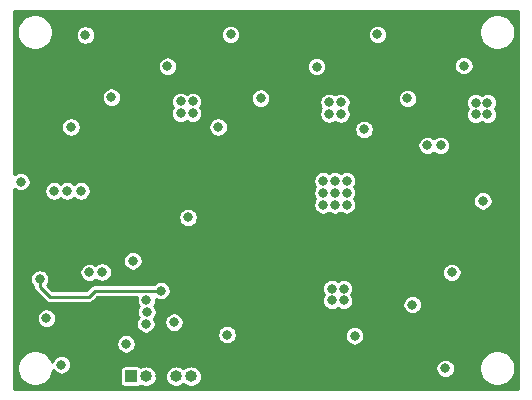
<source format=gbr>
G04 #@! TF.GenerationSoftware,KiCad,Pcbnew,(5.1.4)-1*
G04 #@! TF.CreationDate,2020-09-18T11:06:02-04:00*
G04 #@! TF.ProjectId,RVL-PMS HW2,52564c2d-504d-4532-9048-57322e6b6963,rev?*
G04 #@! TF.SameCoordinates,Original*
G04 #@! TF.FileFunction,Copper,L3,Inr*
G04 #@! TF.FilePolarity,Positive*
%FSLAX46Y46*%
G04 Gerber Fmt 4.6, Leading zero omitted, Abs format (unit mm)*
G04 Created by KiCad (PCBNEW (5.1.4)-1) date 2020-09-18 11:06:02*
%MOMM*%
%LPD*%
G04 APERTURE LIST*
%ADD10R,1.000000X1.000000*%
%ADD11O,1.000000X1.000000*%
%ADD12C,0.500000*%
%ADD13C,0.600000*%
%ADD14C,0.800000*%
%ADD15C,0.250000*%
%ADD16C,0.254000*%
G04 APERTURE END LIST*
D10*
X117325000Y-85575000D03*
D11*
X118595000Y-85575000D03*
X119865000Y-85575000D03*
X121135000Y-85575000D03*
X122405000Y-85575000D03*
D12*
X119240000Y-62040000D03*
X118060000Y-62040000D03*
X119240000Y-60860000D03*
X118060000Y-60860000D03*
X130610000Y-60885000D03*
X131790000Y-60885000D03*
X130610000Y-62065000D03*
X131790000Y-62065000D03*
X144240000Y-62115000D03*
X143060000Y-62115000D03*
X144240000Y-60935000D03*
X143060000Y-60935000D03*
X138840000Y-80590000D03*
X137660000Y-80590000D03*
X138840000Y-79410000D03*
X137660000Y-79410000D03*
D13*
X142040000Y-69155000D03*
X143760000Y-69155000D03*
X142040000Y-68195000D03*
X143760000Y-68195000D03*
X142900000Y-68675000D03*
D12*
X121925000Y-74375000D03*
X123025000Y-74375000D03*
X124125000Y-74375000D03*
X121925000Y-75475000D03*
X123025000Y-75475000D03*
X124125000Y-75475000D03*
X121925000Y-76575000D03*
X123025000Y-76575000D03*
X124125000Y-76575000D03*
D14*
X109700000Y-59900000D03*
X121700000Y-57975000D03*
X120700000Y-56975000D03*
X120700000Y-57975000D03*
X121700000Y-56975000D03*
X134000000Y-58200000D03*
X133000000Y-57200000D03*
X133000000Y-58200000D03*
X134000000Y-57200000D03*
X147000000Y-67375000D03*
X146000000Y-66375000D03*
X146000000Y-67375000D03*
X147000000Y-66375000D03*
X147100000Y-77325000D03*
X146100000Y-76325000D03*
X146100000Y-77325000D03*
X147100000Y-76325000D03*
X130025000Y-79950000D03*
X132050000Y-80950000D03*
X131050000Y-80950000D03*
X131050000Y-79950000D03*
X130025000Y-80950000D03*
X132075000Y-79950000D03*
X111825000Y-82875000D03*
X122150000Y-82775000D03*
X114824868Y-80100132D03*
X111325000Y-77725000D03*
X118575000Y-69650000D03*
X117575000Y-69650000D03*
X116550000Y-69650000D03*
X118600000Y-68650000D03*
X117575000Y-68650000D03*
X116550000Y-68650000D03*
X130300000Y-72775000D03*
X128050000Y-72750000D03*
X125825000Y-72775000D03*
X140175000Y-76775000D03*
X129090000Y-64430000D03*
X141510000Y-64670000D03*
X134100000Y-63375000D03*
X135100000Y-63375000D03*
X146525000Y-62400000D03*
X146525000Y-63400000D03*
X147525000Y-63400000D03*
X135350000Y-79150000D03*
X135350000Y-78150000D03*
X134350000Y-78150000D03*
X134350000Y-79150000D03*
X133600000Y-70025000D03*
X134600000Y-70025000D03*
X133600000Y-69025000D03*
X135600000Y-70025000D03*
X133600000Y-71050000D03*
X134600000Y-71050000D03*
X135600000Y-71050000D03*
X110175000Y-80650000D03*
X111450000Y-84600000D03*
X117500000Y-75800000D03*
X120975000Y-81000000D03*
X121550000Y-62300000D03*
X122550000Y-62300000D03*
X122550000Y-63300000D03*
X121550000Y-63300000D03*
X134600000Y-69025000D03*
X135600000Y-69025000D03*
X140750000Y-62050000D03*
X128325000Y-62025000D03*
X115675000Y-61950000D03*
X141150000Y-79500000D03*
X134100000Y-62375000D03*
X135100000Y-62375000D03*
X147525000Y-62400000D03*
X108010000Y-69100000D03*
X112250000Y-64475000D03*
X113475000Y-56675000D03*
X124725000Y-64475000D03*
X125775000Y-56625000D03*
X137075000Y-64675000D03*
X138200000Y-56625000D03*
X143550000Y-66025000D03*
X147130000Y-70720000D03*
X125475000Y-82050000D03*
X122175000Y-72125000D03*
X113800000Y-76775000D03*
X114900000Y-76750000D03*
X118592719Y-81133266D03*
X110825000Y-69875000D03*
X118679837Y-80137066D03*
X111925000Y-69875000D03*
X118650000Y-79137510D03*
X113100000Y-69875000D03*
X116912500Y-82825000D03*
X120425000Y-59325000D03*
X133050000Y-59350000D03*
X145525000Y-59275000D03*
X136275000Y-82150000D03*
X142425000Y-66025000D03*
X109600000Y-77350000D03*
X119875000Y-78325000D03*
X143950000Y-84900000D03*
X144500000Y-76775000D03*
D15*
X114276998Y-78325000D02*
X113771998Y-78830000D01*
X119875000Y-78325000D02*
X114276998Y-78325000D01*
X113771998Y-78830000D02*
X110450000Y-78830000D01*
X109600000Y-77980000D02*
X109600000Y-77350000D01*
X110450000Y-78830000D02*
X109600000Y-77980000D01*
D16*
G36*
X150128001Y-86648000D02*
G01*
X107452000Y-86648000D01*
X107452000Y-84724604D01*
X107698000Y-84724604D01*
X107698000Y-85025396D01*
X107756681Y-85320410D01*
X107871790Y-85598306D01*
X108038901Y-85848406D01*
X108251594Y-86061099D01*
X108501694Y-86228210D01*
X108779590Y-86343319D01*
X109074604Y-86402000D01*
X109375396Y-86402000D01*
X109670410Y-86343319D01*
X109948306Y-86228210D01*
X110198406Y-86061099D01*
X110411099Y-85848406D01*
X110578210Y-85598306D01*
X110693319Y-85320410D01*
X110749159Y-85039677D01*
X110807628Y-85127181D01*
X110922819Y-85242372D01*
X111058269Y-85332877D01*
X111208773Y-85395218D01*
X111368548Y-85427000D01*
X111531452Y-85427000D01*
X111691227Y-85395218D01*
X111841731Y-85332877D01*
X111977181Y-85242372D01*
X112092372Y-85127181D01*
X112127238Y-85075000D01*
X116395934Y-85075000D01*
X116395934Y-86075000D01*
X116404178Y-86158707D01*
X116428595Y-86239196D01*
X116468245Y-86313376D01*
X116521605Y-86378395D01*
X116586624Y-86431755D01*
X116660804Y-86471405D01*
X116741293Y-86495822D01*
X116825000Y-86504066D01*
X117825000Y-86504066D01*
X117908707Y-86495822D01*
X117989196Y-86471405D01*
X118063376Y-86431755D01*
X118128395Y-86378395D01*
X118129357Y-86377222D01*
X118238536Y-86435580D01*
X118413276Y-86488587D01*
X118549462Y-86502000D01*
X118640538Y-86502000D01*
X118776724Y-86488587D01*
X118951464Y-86435580D01*
X119112505Y-86349501D01*
X119253659Y-86233659D01*
X119369501Y-86092505D01*
X119455580Y-85931464D01*
X119508587Y-85756724D01*
X119526485Y-85575000D01*
X120203515Y-85575000D01*
X120221413Y-85756724D01*
X120274420Y-85931464D01*
X120360499Y-86092505D01*
X120476341Y-86233659D01*
X120617495Y-86349501D01*
X120778536Y-86435580D01*
X120953276Y-86488587D01*
X121089462Y-86502000D01*
X121180538Y-86502000D01*
X121316724Y-86488587D01*
X121491464Y-86435580D01*
X121652505Y-86349501D01*
X121770000Y-86253075D01*
X121887495Y-86349501D01*
X122048536Y-86435580D01*
X122223276Y-86488587D01*
X122359462Y-86502000D01*
X122450538Y-86502000D01*
X122586724Y-86488587D01*
X122761464Y-86435580D01*
X122922505Y-86349501D01*
X123063659Y-86233659D01*
X123179501Y-86092505D01*
X123265580Y-85931464D01*
X123318587Y-85756724D01*
X123336485Y-85575000D01*
X123318587Y-85393276D01*
X123265580Y-85218536D01*
X123179501Y-85057495D01*
X123063659Y-84916341D01*
X122944498Y-84818548D01*
X143123000Y-84818548D01*
X143123000Y-84981452D01*
X143154782Y-85141227D01*
X143217123Y-85291731D01*
X143307628Y-85427181D01*
X143422819Y-85542372D01*
X143558269Y-85632877D01*
X143708773Y-85695218D01*
X143868548Y-85727000D01*
X144031452Y-85727000D01*
X144191227Y-85695218D01*
X144341731Y-85632877D01*
X144477181Y-85542372D01*
X144592372Y-85427181D01*
X144682877Y-85291731D01*
X144745218Y-85141227D01*
X144777000Y-84981452D01*
X144777000Y-84818548D01*
X144758313Y-84724604D01*
X146823000Y-84724604D01*
X146823000Y-85025396D01*
X146881681Y-85320410D01*
X146996790Y-85598306D01*
X147163901Y-85848406D01*
X147376594Y-86061099D01*
X147626694Y-86228210D01*
X147904590Y-86343319D01*
X148199604Y-86402000D01*
X148500396Y-86402000D01*
X148795410Y-86343319D01*
X149073306Y-86228210D01*
X149323406Y-86061099D01*
X149536099Y-85848406D01*
X149703210Y-85598306D01*
X149818319Y-85320410D01*
X149877000Y-85025396D01*
X149877000Y-84724604D01*
X149818319Y-84429590D01*
X149703210Y-84151694D01*
X149536099Y-83901594D01*
X149323406Y-83688901D01*
X149073306Y-83521790D01*
X148795410Y-83406681D01*
X148500396Y-83348000D01*
X148199604Y-83348000D01*
X147904590Y-83406681D01*
X147626694Y-83521790D01*
X147376594Y-83688901D01*
X147163901Y-83901594D01*
X146996790Y-84151694D01*
X146881681Y-84429590D01*
X146823000Y-84724604D01*
X144758313Y-84724604D01*
X144745218Y-84658773D01*
X144682877Y-84508269D01*
X144592372Y-84372819D01*
X144477181Y-84257628D01*
X144341731Y-84167123D01*
X144191227Y-84104782D01*
X144031452Y-84073000D01*
X143868548Y-84073000D01*
X143708773Y-84104782D01*
X143558269Y-84167123D01*
X143422819Y-84257628D01*
X143307628Y-84372819D01*
X143217123Y-84508269D01*
X143154782Y-84658773D01*
X143123000Y-84818548D01*
X122944498Y-84818548D01*
X122922505Y-84800499D01*
X122761464Y-84714420D01*
X122586724Y-84661413D01*
X122450538Y-84648000D01*
X122359462Y-84648000D01*
X122223276Y-84661413D01*
X122048536Y-84714420D01*
X121887495Y-84800499D01*
X121770000Y-84896925D01*
X121652505Y-84800499D01*
X121491464Y-84714420D01*
X121316724Y-84661413D01*
X121180538Y-84648000D01*
X121089462Y-84648000D01*
X120953276Y-84661413D01*
X120778536Y-84714420D01*
X120617495Y-84800499D01*
X120476341Y-84916341D01*
X120360499Y-85057495D01*
X120274420Y-85218536D01*
X120221413Y-85393276D01*
X120203515Y-85575000D01*
X119526485Y-85575000D01*
X119508587Y-85393276D01*
X119455580Y-85218536D01*
X119369501Y-85057495D01*
X119253659Y-84916341D01*
X119112505Y-84800499D01*
X118951464Y-84714420D01*
X118776724Y-84661413D01*
X118640538Y-84648000D01*
X118549462Y-84648000D01*
X118413276Y-84661413D01*
X118238536Y-84714420D01*
X118129357Y-84772778D01*
X118128395Y-84771605D01*
X118063376Y-84718245D01*
X117989196Y-84678595D01*
X117908707Y-84654178D01*
X117825000Y-84645934D01*
X116825000Y-84645934D01*
X116741293Y-84654178D01*
X116660804Y-84678595D01*
X116586624Y-84718245D01*
X116521605Y-84771605D01*
X116468245Y-84836624D01*
X116428595Y-84910804D01*
X116404178Y-84991293D01*
X116395934Y-85075000D01*
X112127238Y-85075000D01*
X112182877Y-84991731D01*
X112245218Y-84841227D01*
X112277000Y-84681452D01*
X112277000Y-84518548D01*
X112245218Y-84358773D01*
X112182877Y-84208269D01*
X112092372Y-84072819D01*
X111977181Y-83957628D01*
X111841731Y-83867123D01*
X111691227Y-83804782D01*
X111531452Y-83773000D01*
X111368548Y-83773000D01*
X111208773Y-83804782D01*
X111058269Y-83867123D01*
X110922819Y-83957628D01*
X110807628Y-84072819D01*
X110717123Y-84208269D01*
X110659384Y-84347663D01*
X110578210Y-84151694D01*
X110411099Y-83901594D01*
X110198406Y-83688901D01*
X109948306Y-83521790D01*
X109670410Y-83406681D01*
X109375396Y-83348000D01*
X109074604Y-83348000D01*
X108779590Y-83406681D01*
X108501694Y-83521790D01*
X108251594Y-83688901D01*
X108038901Y-83901594D01*
X107871790Y-84151694D01*
X107756681Y-84429590D01*
X107698000Y-84724604D01*
X107452000Y-84724604D01*
X107452000Y-82743548D01*
X116085500Y-82743548D01*
X116085500Y-82906452D01*
X116117282Y-83066227D01*
X116179623Y-83216731D01*
X116270128Y-83352181D01*
X116385319Y-83467372D01*
X116520769Y-83557877D01*
X116671273Y-83620218D01*
X116831048Y-83652000D01*
X116993952Y-83652000D01*
X117153727Y-83620218D01*
X117304231Y-83557877D01*
X117439681Y-83467372D01*
X117554872Y-83352181D01*
X117645377Y-83216731D01*
X117707718Y-83066227D01*
X117739500Y-82906452D01*
X117739500Y-82743548D01*
X117707718Y-82583773D01*
X117645377Y-82433269D01*
X117554872Y-82297819D01*
X117439681Y-82182628D01*
X117304231Y-82092123D01*
X117153727Y-82029782D01*
X116993952Y-81998000D01*
X116831048Y-81998000D01*
X116671273Y-82029782D01*
X116520769Y-82092123D01*
X116385319Y-82182628D01*
X116270128Y-82297819D01*
X116179623Y-82433269D01*
X116117282Y-82583773D01*
X116085500Y-82743548D01*
X107452000Y-82743548D01*
X107452000Y-81968548D01*
X124648000Y-81968548D01*
X124648000Y-82131452D01*
X124679782Y-82291227D01*
X124742123Y-82441731D01*
X124832628Y-82577181D01*
X124947819Y-82692372D01*
X125083269Y-82782877D01*
X125233773Y-82845218D01*
X125393548Y-82877000D01*
X125556452Y-82877000D01*
X125716227Y-82845218D01*
X125866731Y-82782877D01*
X126002181Y-82692372D01*
X126117372Y-82577181D01*
X126207877Y-82441731D01*
X126270218Y-82291227D01*
X126302000Y-82131452D01*
X126302000Y-82068548D01*
X135448000Y-82068548D01*
X135448000Y-82231452D01*
X135479782Y-82391227D01*
X135542123Y-82541731D01*
X135632628Y-82677181D01*
X135747819Y-82792372D01*
X135883269Y-82882877D01*
X136033773Y-82945218D01*
X136193548Y-82977000D01*
X136356452Y-82977000D01*
X136516227Y-82945218D01*
X136666731Y-82882877D01*
X136802181Y-82792372D01*
X136917372Y-82677181D01*
X137007877Y-82541731D01*
X137070218Y-82391227D01*
X137102000Y-82231452D01*
X137102000Y-82068548D01*
X137070218Y-81908773D01*
X137007877Y-81758269D01*
X136917372Y-81622819D01*
X136802181Y-81507628D01*
X136666731Y-81417123D01*
X136516227Y-81354782D01*
X136356452Y-81323000D01*
X136193548Y-81323000D01*
X136033773Y-81354782D01*
X135883269Y-81417123D01*
X135747819Y-81507628D01*
X135632628Y-81622819D01*
X135542123Y-81758269D01*
X135479782Y-81908773D01*
X135448000Y-82068548D01*
X126302000Y-82068548D01*
X126302000Y-81968548D01*
X126270218Y-81808773D01*
X126207877Y-81658269D01*
X126117372Y-81522819D01*
X126002181Y-81407628D01*
X125866731Y-81317123D01*
X125716227Y-81254782D01*
X125556452Y-81223000D01*
X125393548Y-81223000D01*
X125233773Y-81254782D01*
X125083269Y-81317123D01*
X124947819Y-81407628D01*
X124832628Y-81522819D01*
X124742123Y-81658269D01*
X124679782Y-81808773D01*
X124648000Y-81968548D01*
X107452000Y-81968548D01*
X107452000Y-80568548D01*
X109348000Y-80568548D01*
X109348000Y-80731452D01*
X109379782Y-80891227D01*
X109442123Y-81041731D01*
X109532628Y-81177181D01*
X109647819Y-81292372D01*
X109783269Y-81382877D01*
X109933773Y-81445218D01*
X110093548Y-81477000D01*
X110256452Y-81477000D01*
X110416227Y-81445218D01*
X110566731Y-81382877D01*
X110702181Y-81292372D01*
X110817372Y-81177181D01*
X110907877Y-81041731D01*
X110970218Y-80891227D01*
X111002000Y-80731452D01*
X111002000Y-80568548D01*
X110970218Y-80408773D01*
X110907877Y-80258269D01*
X110817372Y-80122819D01*
X110702181Y-80007628D01*
X110566731Y-79917123D01*
X110416227Y-79854782D01*
X110256452Y-79823000D01*
X110093548Y-79823000D01*
X109933773Y-79854782D01*
X109783269Y-79917123D01*
X109647819Y-80007628D01*
X109532628Y-80122819D01*
X109442123Y-80258269D01*
X109379782Y-80408773D01*
X109348000Y-80568548D01*
X107452000Y-80568548D01*
X107452000Y-77268548D01*
X108773000Y-77268548D01*
X108773000Y-77431452D01*
X108804782Y-77591227D01*
X108867123Y-77741731D01*
X108957628Y-77877181D01*
X109046686Y-77966239D01*
X109045330Y-77980000D01*
X109048000Y-78007106D01*
X109048000Y-78007108D01*
X109055988Y-78088210D01*
X109087552Y-78192262D01*
X109138809Y-78288158D01*
X109207789Y-78372211D01*
X109228856Y-78389500D01*
X110040508Y-79201154D01*
X110057789Y-79222211D01*
X110078845Y-79239491D01*
X110078846Y-79239492D01*
X110141842Y-79291191D01*
X110237737Y-79342448D01*
X110341789Y-79374012D01*
X110450000Y-79384670D01*
X110477109Y-79382000D01*
X113744892Y-79382000D01*
X113771998Y-79384670D01*
X113799104Y-79382000D01*
X113799107Y-79382000D01*
X113880209Y-79374012D01*
X113984261Y-79342448D01*
X114080156Y-79291191D01*
X114164209Y-79222211D01*
X114181498Y-79201144D01*
X114505643Y-78877000D01*
X117862769Y-78877000D01*
X117854782Y-78896283D01*
X117823000Y-79056058D01*
X117823000Y-79218962D01*
X117854782Y-79378737D01*
X117917123Y-79529241D01*
X118004236Y-79659615D01*
X117946960Y-79745335D01*
X117884619Y-79895839D01*
X117852837Y-80055614D01*
X117852837Y-80218518D01*
X117884619Y-80378293D01*
X117946960Y-80528797D01*
X117979274Y-80577158D01*
X117950347Y-80606085D01*
X117859842Y-80741535D01*
X117797501Y-80892039D01*
X117765719Y-81051814D01*
X117765719Y-81214718D01*
X117797501Y-81374493D01*
X117859842Y-81524997D01*
X117950347Y-81660447D01*
X118065538Y-81775638D01*
X118200988Y-81866143D01*
X118351492Y-81928484D01*
X118511267Y-81960266D01*
X118674171Y-81960266D01*
X118833946Y-81928484D01*
X118984450Y-81866143D01*
X119119900Y-81775638D01*
X119235091Y-81660447D01*
X119325596Y-81524997D01*
X119387937Y-81374493D01*
X119419719Y-81214718D01*
X119419719Y-81051814D01*
X119393211Y-80918548D01*
X120148000Y-80918548D01*
X120148000Y-81081452D01*
X120179782Y-81241227D01*
X120242123Y-81391731D01*
X120332628Y-81527181D01*
X120447819Y-81642372D01*
X120583269Y-81732877D01*
X120733773Y-81795218D01*
X120893548Y-81827000D01*
X121056452Y-81827000D01*
X121216227Y-81795218D01*
X121366731Y-81732877D01*
X121502181Y-81642372D01*
X121617372Y-81527181D01*
X121707877Y-81391731D01*
X121770218Y-81241227D01*
X121802000Y-81081452D01*
X121802000Y-80918548D01*
X121770218Y-80758773D01*
X121707877Y-80608269D01*
X121617372Y-80472819D01*
X121502181Y-80357628D01*
X121366731Y-80267123D01*
X121216227Y-80204782D01*
X121056452Y-80173000D01*
X120893548Y-80173000D01*
X120733773Y-80204782D01*
X120583269Y-80267123D01*
X120447819Y-80357628D01*
X120332628Y-80472819D01*
X120242123Y-80608269D01*
X120179782Y-80758773D01*
X120148000Y-80918548D01*
X119393211Y-80918548D01*
X119387937Y-80892039D01*
X119325596Y-80741535D01*
X119293282Y-80693174D01*
X119322209Y-80664247D01*
X119412714Y-80528797D01*
X119475055Y-80378293D01*
X119506837Y-80218518D01*
X119506837Y-80055614D01*
X119475055Y-79895839D01*
X119412714Y-79745335D01*
X119325601Y-79614961D01*
X119382877Y-79529241D01*
X119445218Y-79378737D01*
X119477000Y-79218962D01*
X119477000Y-79056058D01*
X119476456Y-79053325D01*
X119483269Y-79057877D01*
X119633773Y-79120218D01*
X119793548Y-79152000D01*
X119956452Y-79152000D01*
X120116227Y-79120218D01*
X120266731Y-79057877D01*
X120402181Y-78967372D01*
X120517372Y-78852181D01*
X120607877Y-78716731D01*
X120670218Y-78566227D01*
X120702000Y-78406452D01*
X120702000Y-78243548D01*
X120670218Y-78083773D01*
X120663912Y-78068548D01*
X133523000Y-78068548D01*
X133523000Y-78231452D01*
X133554782Y-78391227D01*
X133617123Y-78541731D01*
X133689466Y-78650000D01*
X133617123Y-78758269D01*
X133554782Y-78908773D01*
X133523000Y-79068548D01*
X133523000Y-79231452D01*
X133554782Y-79391227D01*
X133617123Y-79541731D01*
X133707628Y-79677181D01*
X133822819Y-79792372D01*
X133958269Y-79882877D01*
X134108773Y-79945218D01*
X134268548Y-79977000D01*
X134431452Y-79977000D01*
X134591227Y-79945218D01*
X134741731Y-79882877D01*
X134850000Y-79810534D01*
X134958269Y-79882877D01*
X135108773Y-79945218D01*
X135268548Y-79977000D01*
X135431452Y-79977000D01*
X135591227Y-79945218D01*
X135741731Y-79882877D01*
X135877181Y-79792372D01*
X135992372Y-79677181D01*
X136082877Y-79541731D01*
X136133901Y-79418548D01*
X140323000Y-79418548D01*
X140323000Y-79581452D01*
X140354782Y-79741227D01*
X140417123Y-79891731D01*
X140507628Y-80027181D01*
X140622819Y-80142372D01*
X140758269Y-80232877D01*
X140908773Y-80295218D01*
X141068548Y-80327000D01*
X141231452Y-80327000D01*
X141391227Y-80295218D01*
X141541731Y-80232877D01*
X141677181Y-80142372D01*
X141792372Y-80027181D01*
X141882877Y-79891731D01*
X141945218Y-79741227D01*
X141977000Y-79581452D01*
X141977000Y-79418548D01*
X141945218Y-79258773D01*
X141882877Y-79108269D01*
X141792372Y-78972819D01*
X141677181Y-78857628D01*
X141541731Y-78767123D01*
X141391227Y-78704782D01*
X141231452Y-78673000D01*
X141068548Y-78673000D01*
X140908773Y-78704782D01*
X140758269Y-78767123D01*
X140622819Y-78857628D01*
X140507628Y-78972819D01*
X140417123Y-79108269D01*
X140354782Y-79258773D01*
X140323000Y-79418548D01*
X136133901Y-79418548D01*
X136145218Y-79391227D01*
X136177000Y-79231452D01*
X136177000Y-79068548D01*
X136145218Y-78908773D01*
X136082877Y-78758269D01*
X136010534Y-78650000D01*
X136082877Y-78541731D01*
X136145218Y-78391227D01*
X136177000Y-78231452D01*
X136177000Y-78068548D01*
X136145218Y-77908773D01*
X136082877Y-77758269D01*
X135992372Y-77622819D01*
X135877181Y-77507628D01*
X135741731Y-77417123D01*
X135591227Y-77354782D01*
X135431452Y-77323000D01*
X135268548Y-77323000D01*
X135108773Y-77354782D01*
X134958269Y-77417123D01*
X134850000Y-77489466D01*
X134741731Y-77417123D01*
X134591227Y-77354782D01*
X134431452Y-77323000D01*
X134268548Y-77323000D01*
X134108773Y-77354782D01*
X133958269Y-77417123D01*
X133822819Y-77507628D01*
X133707628Y-77622819D01*
X133617123Y-77758269D01*
X133554782Y-77908773D01*
X133523000Y-78068548D01*
X120663912Y-78068548D01*
X120607877Y-77933269D01*
X120517372Y-77797819D01*
X120402181Y-77682628D01*
X120266731Y-77592123D01*
X120116227Y-77529782D01*
X119956452Y-77498000D01*
X119793548Y-77498000D01*
X119633773Y-77529782D01*
X119483269Y-77592123D01*
X119347819Y-77682628D01*
X119257447Y-77773000D01*
X114304106Y-77773000D01*
X114276998Y-77770330D01*
X114249889Y-77773000D01*
X114168787Y-77780988D01*
X114064735Y-77812552D01*
X113968840Y-77863809D01*
X113884787Y-77932789D01*
X113867506Y-77953846D01*
X113543353Y-78278000D01*
X110678646Y-78278000D01*
X110256573Y-77855928D01*
X110332877Y-77741731D01*
X110395218Y-77591227D01*
X110427000Y-77431452D01*
X110427000Y-77268548D01*
X110395218Y-77108773D01*
X110332877Y-76958269D01*
X110242372Y-76822819D01*
X110127181Y-76707628D01*
X110106109Y-76693548D01*
X112973000Y-76693548D01*
X112973000Y-76856452D01*
X113004782Y-77016227D01*
X113067123Y-77166731D01*
X113157628Y-77302181D01*
X113272819Y-77417372D01*
X113408269Y-77507877D01*
X113558773Y-77570218D01*
X113718548Y-77602000D01*
X113881452Y-77602000D01*
X114041227Y-77570218D01*
X114191731Y-77507877D01*
X114327181Y-77417372D01*
X114362500Y-77382053D01*
X114372819Y-77392372D01*
X114508269Y-77482877D01*
X114658773Y-77545218D01*
X114818548Y-77577000D01*
X114981452Y-77577000D01*
X115141227Y-77545218D01*
X115291731Y-77482877D01*
X115427181Y-77392372D01*
X115542372Y-77277181D01*
X115632877Y-77141731D01*
X115695218Y-76991227D01*
X115727000Y-76831452D01*
X115727000Y-76693548D01*
X143673000Y-76693548D01*
X143673000Y-76856452D01*
X143704782Y-77016227D01*
X143767123Y-77166731D01*
X143857628Y-77302181D01*
X143972819Y-77417372D01*
X144108269Y-77507877D01*
X144258773Y-77570218D01*
X144418548Y-77602000D01*
X144581452Y-77602000D01*
X144741227Y-77570218D01*
X144891731Y-77507877D01*
X145027181Y-77417372D01*
X145142372Y-77302181D01*
X145232877Y-77166731D01*
X145295218Y-77016227D01*
X145327000Y-76856452D01*
X145327000Y-76693548D01*
X145295218Y-76533773D01*
X145232877Y-76383269D01*
X145142372Y-76247819D01*
X145027181Y-76132628D01*
X144891731Y-76042123D01*
X144741227Y-75979782D01*
X144581452Y-75948000D01*
X144418548Y-75948000D01*
X144258773Y-75979782D01*
X144108269Y-76042123D01*
X143972819Y-76132628D01*
X143857628Y-76247819D01*
X143767123Y-76383269D01*
X143704782Y-76533773D01*
X143673000Y-76693548D01*
X115727000Y-76693548D01*
X115727000Y-76668548D01*
X115695218Y-76508773D01*
X115632877Y-76358269D01*
X115542372Y-76222819D01*
X115427181Y-76107628D01*
X115291731Y-76017123D01*
X115141227Y-75954782D01*
X114981452Y-75923000D01*
X114818548Y-75923000D01*
X114658773Y-75954782D01*
X114508269Y-76017123D01*
X114372819Y-76107628D01*
X114337500Y-76142947D01*
X114327181Y-76132628D01*
X114191731Y-76042123D01*
X114041227Y-75979782D01*
X113881452Y-75948000D01*
X113718548Y-75948000D01*
X113558773Y-75979782D01*
X113408269Y-76042123D01*
X113272819Y-76132628D01*
X113157628Y-76247819D01*
X113067123Y-76383269D01*
X113004782Y-76533773D01*
X112973000Y-76693548D01*
X110106109Y-76693548D01*
X109991731Y-76617123D01*
X109841227Y-76554782D01*
X109681452Y-76523000D01*
X109518548Y-76523000D01*
X109358773Y-76554782D01*
X109208269Y-76617123D01*
X109072819Y-76707628D01*
X108957628Y-76822819D01*
X108867123Y-76958269D01*
X108804782Y-77108773D01*
X108773000Y-77268548D01*
X107452000Y-77268548D01*
X107452000Y-75718548D01*
X116673000Y-75718548D01*
X116673000Y-75881452D01*
X116704782Y-76041227D01*
X116767123Y-76191731D01*
X116857628Y-76327181D01*
X116972819Y-76442372D01*
X117108269Y-76532877D01*
X117258773Y-76595218D01*
X117418548Y-76627000D01*
X117581452Y-76627000D01*
X117741227Y-76595218D01*
X117891731Y-76532877D01*
X118027181Y-76442372D01*
X118142372Y-76327181D01*
X118232877Y-76191731D01*
X118295218Y-76041227D01*
X118327000Y-75881452D01*
X118327000Y-75718548D01*
X118295218Y-75558773D01*
X118232877Y-75408269D01*
X118142372Y-75272819D01*
X118027181Y-75157628D01*
X117891731Y-75067123D01*
X117741227Y-75004782D01*
X117581452Y-74973000D01*
X117418548Y-74973000D01*
X117258773Y-75004782D01*
X117108269Y-75067123D01*
X116972819Y-75157628D01*
X116857628Y-75272819D01*
X116767123Y-75408269D01*
X116704782Y-75558773D01*
X116673000Y-75718548D01*
X107452000Y-75718548D01*
X107452000Y-72043548D01*
X121348000Y-72043548D01*
X121348000Y-72206452D01*
X121379782Y-72366227D01*
X121442123Y-72516731D01*
X121532628Y-72652181D01*
X121647819Y-72767372D01*
X121783269Y-72857877D01*
X121933773Y-72920218D01*
X122093548Y-72952000D01*
X122256452Y-72952000D01*
X122416227Y-72920218D01*
X122566731Y-72857877D01*
X122702181Y-72767372D01*
X122817372Y-72652181D01*
X122907877Y-72516731D01*
X122970218Y-72366227D01*
X123002000Y-72206452D01*
X123002000Y-72043548D01*
X122970218Y-71883773D01*
X122907877Y-71733269D01*
X122817372Y-71597819D01*
X122702181Y-71482628D01*
X122566731Y-71392123D01*
X122416227Y-71329782D01*
X122256452Y-71298000D01*
X122093548Y-71298000D01*
X121933773Y-71329782D01*
X121783269Y-71392123D01*
X121647819Y-71482628D01*
X121532628Y-71597819D01*
X121442123Y-71733269D01*
X121379782Y-71883773D01*
X121348000Y-72043548D01*
X107452000Y-72043548D01*
X107452000Y-69711553D01*
X107482819Y-69742372D01*
X107618269Y-69832877D01*
X107768773Y-69895218D01*
X107928548Y-69927000D01*
X108091452Y-69927000D01*
X108251227Y-69895218D01*
X108401731Y-69832877D01*
X108460590Y-69793548D01*
X109998000Y-69793548D01*
X109998000Y-69956452D01*
X110029782Y-70116227D01*
X110092123Y-70266731D01*
X110182628Y-70402181D01*
X110297819Y-70517372D01*
X110433269Y-70607877D01*
X110583773Y-70670218D01*
X110743548Y-70702000D01*
X110906452Y-70702000D01*
X111066227Y-70670218D01*
X111216731Y-70607877D01*
X111352181Y-70517372D01*
X111375000Y-70494553D01*
X111397819Y-70517372D01*
X111533269Y-70607877D01*
X111683773Y-70670218D01*
X111843548Y-70702000D01*
X112006452Y-70702000D01*
X112166227Y-70670218D01*
X112316731Y-70607877D01*
X112452181Y-70517372D01*
X112512500Y-70457053D01*
X112572819Y-70517372D01*
X112708269Y-70607877D01*
X112858773Y-70670218D01*
X113018548Y-70702000D01*
X113181452Y-70702000D01*
X113341227Y-70670218D01*
X113491731Y-70607877D01*
X113627181Y-70517372D01*
X113742372Y-70402181D01*
X113832877Y-70266731D01*
X113895218Y-70116227D01*
X113927000Y-69956452D01*
X113927000Y-69793548D01*
X113895218Y-69633773D01*
X113832877Y-69483269D01*
X113742372Y-69347819D01*
X113627181Y-69232628D01*
X113491731Y-69142123D01*
X113341227Y-69079782D01*
X113181452Y-69048000D01*
X113018548Y-69048000D01*
X112858773Y-69079782D01*
X112708269Y-69142123D01*
X112572819Y-69232628D01*
X112512500Y-69292947D01*
X112452181Y-69232628D01*
X112316731Y-69142123D01*
X112166227Y-69079782D01*
X112006452Y-69048000D01*
X111843548Y-69048000D01*
X111683773Y-69079782D01*
X111533269Y-69142123D01*
X111397819Y-69232628D01*
X111375000Y-69255447D01*
X111352181Y-69232628D01*
X111216731Y-69142123D01*
X111066227Y-69079782D01*
X110906452Y-69048000D01*
X110743548Y-69048000D01*
X110583773Y-69079782D01*
X110433269Y-69142123D01*
X110297819Y-69232628D01*
X110182628Y-69347819D01*
X110092123Y-69483269D01*
X110029782Y-69633773D01*
X109998000Y-69793548D01*
X108460590Y-69793548D01*
X108537181Y-69742372D01*
X108652372Y-69627181D01*
X108742877Y-69491731D01*
X108805218Y-69341227D01*
X108837000Y-69181452D01*
X108837000Y-69018548D01*
X108822082Y-68943548D01*
X132773000Y-68943548D01*
X132773000Y-69106452D01*
X132804782Y-69266227D01*
X132867123Y-69416731D01*
X132939466Y-69525000D01*
X132867123Y-69633269D01*
X132804782Y-69783773D01*
X132773000Y-69943548D01*
X132773000Y-70106452D01*
X132804782Y-70266227D01*
X132867123Y-70416731D01*
X132947818Y-70537500D01*
X132867123Y-70658269D01*
X132804782Y-70808773D01*
X132773000Y-70968548D01*
X132773000Y-71131452D01*
X132804782Y-71291227D01*
X132867123Y-71441731D01*
X132957628Y-71577181D01*
X133072819Y-71692372D01*
X133208269Y-71782877D01*
X133358773Y-71845218D01*
X133518548Y-71877000D01*
X133681452Y-71877000D01*
X133841227Y-71845218D01*
X133991731Y-71782877D01*
X134100000Y-71710534D01*
X134208269Y-71782877D01*
X134358773Y-71845218D01*
X134518548Y-71877000D01*
X134681452Y-71877000D01*
X134841227Y-71845218D01*
X134991731Y-71782877D01*
X135100000Y-71710534D01*
X135208269Y-71782877D01*
X135358773Y-71845218D01*
X135518548Y-71877000D01*
X135681452Y-71877000D01*
X135841227Y-71845218D01*
X135991731Y-71782877D01*
X136127181Y-71692372D01*
X136242372Y-71577181D01*
X136332877Y-71441731D01*
X136395218Y-71291227D01*
X136427000Y-71131452D01*
X136427000Y-70968548D01*
X136395218Y-70808773D01*
X136332877Y-70658269D01*
X136319700Y-70638548D01*
X146303000Y-70638548D01*
X146303000Y-70801452D01*
X146334782Y-70961227D01*
X146397123Y-71111731D01*
X146487628Y-71247181D01*
X146602819Y-71362372D01*
X146738269Y-71452877D01*
X146888773Y-71515218D01*
X147048548Y-71547000D01*
X147211452Y-71547000D01*
X147371227Y-71515218D01*
X147521731Y-71452877D01*
X147657181Y-71362372D01*
X147772372Y-71247181D01*
X147862877Y-71111731D01*
X147925218Y-70961227D01*
X147957000Y-70801452D01*
X147957000Y-70638548D01*
X147925218Y-70478773D01*
X147862877Y-70328269D01*
X147772372Y-70192819D01*
X147657181Y-70077628D01*
X147521731Y-69987123D01*
X147371227Y-69924782D01*
X147211452Y-69893000D01*
X147048548Y-69893000D01*
X146888773Y-69924782D01*
X146738269Y-69987123D01*
X146602819Y-70077628D01*
X146487628Y-70192819D01*
X146397123Y-70328269D01*
X146334782Y-70478773D01*
X146303000Y-70638548D01*
X136319700Y-70638548D01*
X136252182Y-70537500D01*
X136332877Y-70416731D01*
X136395218Y-70266227D01*
X136427000Y-70106452D01*
X136427000Y-69943548D01*
X136395218Y-69783773D01*
X136332877Y-69633269D01*
X136260534Y-69525000D01*
X136332877Y-69416731D01*
X136395218Y-69266227D01*
X136427000Y-69106452D01*
X136427000Y-68943548D01*
X136395218Y-68783773D01*
X136332877Y-68633269D01*
X136242372Y-68497819D01*
X136127181Y-68382628D01*
X135991731Y-68292123D01*
X135841227Y-68229782D01*
X135681452Y-68198000D01*
X135518548Y-68198000D01*
X135358773Y-68229782D01*
X135208269Y-68292123D01*
X135100000Y-68364466D01*
X134991731Y-68292123D01*
X134841227Y-68229782D01*
X134681452Y-68198000D01*
X134518548Y-68198000D01*
X134358773Y-68229782D01*
X134208269Y-68292123D01*
X134100000Y-68364466D01*
X133991731Y-68292123D01*
X133841227Y-68229782D01*
X133681452Y-68198000D01*
X133518548Y-68198000D01*
X133358773Y-68229782D01*
X133208269Y-68292123D01*
X133072819Y-68382628D01*
X132957628Y-68497819D01*
X132867123Y-68633269D01*
X132804782Y-68783773D01*
X132773000Y-68943548D01*
X108822082Y-68943548D01*
X108805218Y-68858773D01*
X108742877Y-68708269D01*
X108652372Y-68572819D01*
X108537181Y-68457628D01*
X108401731Y-68367123D01*
X108251227Y-68304782D01*
X108091452Y-68273000D01*
X107928548Y-68273000D01*
X107768773Y-68304782D01*
X107618269Y-68367123D01*
X107482819Y-68457628D01*
X107452000Y-68488447D01*
X107452000Y-65943548D01*
X141598000Y-65943548D01*
X141598000Y-66106452D01*
X141629782Y-66266227D01*
X141692123Y-66416731D01*
X141782628Y-66552181D01*
X141897819Y-66667372D01*
X142033269Y-66757877D01*
X142183773Y-66820218D01*
X142343548Y-66852000D01*
X142506452Y-66852000D01*
X142666227Y-66820218D01*
X142816731Y-66757877D01*
X142952181Y-66667372D01*
X142987500Y-66632053D01*
X143022819Y-66667372D01*
X143158269Y-66757877D01*
X143308773Y-66820218D01*
X143468548Y-66852000D01*
X143631452Y-66852000D01*
X143791227Y-66820218D01*
X143941731Y-66757877D01*
X144077181Y-66667372D01*
X144192372Y-66552181D01*
X144282877Y-66416731D01*
X144345218Y-66266227D01*
X144377000Y-66106452D01*
X144377000Y-65943548D01*
X144345218Y-65783773D01*
X144282877Y-65633269D01*
X144192372Y-65497819D01*
X144077181Y-65382628D01*
X143941731Y-65292123D01*
X143791227Y-65229782D01*
X143631452Y-65198000D01*
X143468548Y-65198000D01*
X143308773Y-65229782D01*
X143158269Y-65292123D01*
X143022819Y-65382628D01*
X142987500Y-65417947D01*
X142952181Y-65382628D01*
X142816731Y-65292123D01*
X142666227Y-65229782D01*
X142506452Y-65198000D01*
X142343548Y-65198000D01*
X142183773Y-65229782D01*
X142033269Y-65292123D01*
X141897819Y-65382628D01*
X141782628Y-65497819D01*
X141692123Y-65633269D01*
X141629782Y-65783773D01*
X141598000Y-65943548D01*
X107452000Y-65943548D01*
X107452000Y-64393548D01*
X111423000Y-64393548D01*
X111423000Y-64556452D01*
X111454782Y-64716227D01*
X111517123Y-64866731D01*
X111607628Y-65002181D01*
X111722819Y-65117372D01*
X111858269Y-65207877D01*
X112008773Y-65270218D01*
X112168548Y-65302000D01*
X112331452Y-65302000D01*
X112491227Y-65270218D01*
X112641731Y-65207877D01*
X112777181Y-65117372D01*
X112892372Y-65002181D01*
X112982877Y-64866731D01*
X113045218Y-64716227D01*
X113077000Y-64556452D01*
X113077000Y-64393548D01*
X123898000Y-64393548D01*
X123898000Y-64556452D01*
X123929782Y-64716227D01*
X123992123Y-64866731D01*
X124082628Y-65002181D01*
X124197819Y-65117372D01*
X124333269Y-65207877D01*
X124483773Y-65270218D01*
X124643548Y-65302000D01*
X124806452Y-65302000D01*
X124966227Y-65270218D01*
X125116731Y-65207877D01*
X125252181Y-65117372D01*
X125367372Y-65002181D01*
X125457877Y-64866731D01*
X125520218Y-64716227D01*
X125544620Y-64593548D01*
X136248000Y-64593548D01*
X136248000Y-64756452D01*
X136279782Y-64916227D01*
X136342123Y-65066731D01*
X136432628Y-65202181D01*
X136547819Y-65317372D01*
X136683269Y-65407877D01*
X136833773Y-65470218D01*
X136993548Y-65502000D01*
X137156452Y-65502000D01*
X137316227Y-65470218D01*
X137466731Y-65407877D01*
X137602181Y-65317372D01*
X137717372Y-65202181D01*
X137807877Y-65066731D01*
X137870218Y-64916227D01*
X137902000Y-64756452D01*
X137902000Y-64593548D01*
X137870218Y-64433773D01*
X137807877Y-64283269D01*
X137717372Y-64147819D01*
X137602181Y-64032628D01*
X137466731Y-63942123D01*
X137316227Y-63879782D01*
X137156452Y-63848000D01*
X136993548Y-63848000D01*
X136833773Y-63879782D01*
X136683269Y-63942123D01*
X136547819Y-64032628D01*
X136432628Y-64147819D01*
X136342123Y-64283269D01*
X136279782Y-64433773D01*
X136248000Y-64593548D01*
X125544620Y-64593548D01*
X125552000Y-64556452D01*
X125552000Y-64393548D01*
X125520218Y-64233773D01*
X125457877Y-64083269D01*
X125367372Y-63947819D01*
X125252181Y-63832628D01*
X125116731Y-63742123D01*
X124966227Y-63679782D01*
X124806452Y-63648000D01*
X124643548Y-63648000D01*
X124483773Y-63679782D01*
X124333269Y-63742123D01*
X124197819Y-63832628D01*
X124082628Y-63947819D01*
X123992123Y-64083269D01*
X123929782Y-64233773D01*
X123898000Y-64393548D01*
X113077000Y-64393548D01*
X113045218Y-64233773D01*
X112982877Y-64083269D01*
X112892372Y-63947819D01*
X112777181Y-63832628D01*
X112641731Y-63742123D01*
X112491227Y-63679782D01*
X112331452Y-63648000D01*
X112168548Y-63648000D01*
X112008773Y-63679782D01*
X111858269Y-63742123D01*
X111722819Y-63832628D01*
X111607628Y-63947819D01*
X111517123Y-64083269D01*
X111454782Y-64233773D01*
X111423000Y-64393548D01*
X107452000Y-64393548D01*
X107452000Y-61868548D01*
X114848000Y-61868548D01*
X114848000Y-62031452D01*
X114879782Y-62191227D01*
X114942123Y-62341731D01*
X115032628Y-62477181D01*
X115147819Y-62592372D01*
X115283269Y-62682877D01*
X115433773Y-62745218D01*
X115593548Y-62777000D01*
X115756452Y-62777000D01*
X115916227Y-62745218D01*
X116066731Y-62682877D01*
X116202181Y-62592372D01*
X116317372Y-62477181D01*
X116407877Y-62341731D01*
X116458901Y-62218548D01*
X120723000Y-62218548D01*
X120723000Y-62381452D01*
X120754782Y-62541227D01*
X120817123Y-62691731D01*
X120889466Y-62800000D01*
X120817123Y-62908269D01*
X120754782Y-63058773D01*
X120723000Y-63218548D01*
X120723000Y-63381452D01*
X120754782Y-63541227D01*
X120817123Y-63691731D01*
X120907628Y-63827181D01*
X121022819Y-63942372D01*
X121158269Y-64032877D01*
X121308773Y-64095218D01*
X121468548Y-64127000D01*
X121631452Y-64127000D01*
X121791227Y-64095218D01*
X121941731Y-64032877D01*
X122050000Y-63960534D01*
X122158269Y-64032877D01*
X122308773Y-64095218D01*
X122468548Y-64127000D01*
X122631452Y-64127000D01*
X122791227Y-64095218D01*
X122941731Y-64032877D01*
X123077181Y-63942372D01*
X123192372Y-63827181D01*
X123282877Y-63691731D01*
X123345218Y-63541227D01*
X123377000Y-63381452D01*
X123377000Y-63218548D01*
X123345218Y-63058773D01*
X123282877Y-62908269D01*
X123210534Y-62800000D01*
X123282877Y-62691731D01*
X123345218Y-62541227D01*
X123377000Y-62381452D01*
X123377000Y-62218548D01*
X123345218Y-62058773D01*
X123297491Y-61943548D01*
X127498000Y-61943548D01*
X127498000Y-62106452D01*
X127529782Y-62266227D01*
X127592123Y-62416731D01*
X127682628Y-62552181D01*
X127797819Y-62667372D01*
X127933269Y-62757877D01*
X128083773Y-62820218D01*
X128243548Y-62852000D01*
X128406452Y-62852000D01*
X128566227Y-62820218D01*
X128716731Y-62757877D01*
X128852181Y-62667372D01*
X128967372Y-62552181D01*
X129057877Y-62416731D01*
X129108901Y-62293548D01*
X133273000Y-62293548D01*
X133273000Y-62456452D01*
X133304782Y-62616227D01*
X133367123Y-62766731D01*
X133439466Y-62875000D01*
X133367123Y-62983269D01*
X133304782Y-63133773D01*
X133273000Y-63293548D01*
X133273000Y-63456452D01*
X133304782Y-63616227D01*
X133367123Y-63766731D01*
X133457628Y-63902181D01*
X133572819Y-64017372D01*
X133708269Y-64107877D01*
X133858773Y-64170218D01*
X134018548Y-64202000D01*
X134181452Y-64202000D01*
X134341227Y-64170218D01*
X134491731Y-64107877D01*
X134600000Y-64035534D01*
X134708269Y-64107877D01*
X134858773Y-64170218D01*
X135018548Y-64202000D01*
X135181452Y-64202000D01*
X135341227Y-64170218D01*
X135491731Y-64107877D01*
X135627181Y-64017372D01*
X135742372Y-63902181D01*
X135832877Y-63766731D01*
X135895218Y-63616227D01*
X135927000Y-63456452D01*
X135927000Y-63293548D01*
X135895218Y-63133773D01*
X135832877Y-62983269D01*
X135760534Y-62875000D01*
X135832877Y-62766731D01*
X135895218Y-62616227D01*
X135927000Y-62456452D01*
X135927000Y-62293548D01*
X135895218Y-62133773D01*
X135832877Y-61983269D01*
X135823041Y-61968548D01*
X139923000Y-61968548D01*
X139923000Y-62131452D01*
X139954782Y-62291227D01*
X140017123Y-62441731D01*
X140107628Y-62577181D01*
X140222819Y-62692372D01*
X140358269Y-62782877D01*
X140508773Y-62845218D01*
X140668548Y-62877000D01*
X140831452Y-62877000D01*
X140991227Y-62845218D01*
X141141731Y-62782877D01*
X141277181Y-62692372D01*
X141392372Y-62577181D01*
X141482877Y-62441731D01*
X141533901Y-62318548D01*
X145698000Y-62318548D01*
X145698000Y-62481452D01*
X145729782Y-62641227D01*
X145792123Y-62791731D01*
X145864466Y-62900000D01*
X145792123Y-63008269D01*
X145729782Y-63158773D01*
X145698000Y-63318548D01*
X145698000Y-63481452D01*
X145729782Y-63641227D01*
X145792123Y-63791731D01*
X145882628Y-63927181D01*
X145997819Y-64042372D01*
X146133269Y-64132877D01*
X146283773Y-64195218D01*
X146443548Y-64227000D01*
X146606452Y-64227000D01*
X146766227Y-64195218D01*
X146916731Y-64132877D01*
X147025000Y-64060534D01*
X147133269Y-64132877D01*
X147283773Y-64195218D01*
X147443548Y-64227000D01*
X147606452Y-64227000D01*
X147766227Y-64195218D01*
X147916731Y-64132877D01*
X148052181Y-64042372D01*
X148167372Y-63927181D01*
X148257877Y-63791731D01*
X148320218Y-63641227D01*
X148352000Y-63481452D01*
X148352000Y-63318548D01*
X148320218Y-63158773D01*
X148257877Y-63008269D01*
X148185534Y-62900000D01*
X148257877Y-62791731D01*
X148320218Y-62641227D01*
X148352000Y-62481452D01*
X148352000Y-62318548D01*
X148320218Y-62158773D01*
X148257877Y-62008269D01*
X148167372Y-61872819D01*
X148052181Y-61757628D01*
X147916731Y-61667123D01*
X147766227Y-61604782D01*
X147606452Y-61573000D01*
X147443548Y-61573000D01*
X147283773Y-61604782D01*
X147133269Y-61667123D01*
X147025000Y-61739466D01*
X146916731Y-61667123D01*
X146766227Y-61604782D01*
X146606452Y-61573000D01*
X146443548Y-61573000D01*
X146283773Y-61604782D01*
X146133269Y-61667123D01*
X145997819Y-61757628D01*
X145882628Y-61872819D01*
X145792123Y-62008269D01*
X145729782Y-62158773D01*
X145698000Y-62318548D01*
X141533901Y-62318548D01*
X141545218Y-62291227D01*
X141577000Y-62131452D01*
X141577000Y-61968548D01*
X141545218Y-61808773D01*
X141482877Y-61658269D01*
X141392372Y-61522819D01*
X141277181Y-61407628D01*
X141141731Y-61317123D01*
X140991227Y-61254782D01*
X140831452Y-61223000D01*
X140668548Y-61223000D01*
X140508773Y-61254782D01*
X140358269Y-61317123D01*
X140222819Y-61407628D01*
X140107628Y-61522819D01*
X140017123Y-61658269D01*
X139954782Y-61808773D01*
X139923000Y-61968548D01*
X135823041Y-61968548D01*
X135742372Y-61847819D01*
X135627181Y-61732628D01*
X135491731Y-61642123D01*
X135341227Y-61579782D01*
X135181452Y-61548000D01*
X135018548Y-61548000D01*
X134858773Y-61579782D01*
X134708269Y-61642123D01*
X134600000Y-61714466D01*
X134491731Y-61642123D01*
X134341227Y-61579782D01*
X134181452Y-61548000D01*
X134018548Y-61548000D01*
X133858773Y-61579782D01*
X133708269Y-61642123D01*
X133572819Y-61732628D01*
X133457628Y-61847819D01*
X133367123Y-61983269D01*
X133304782Y-62133773D01*
X133273000Y-62293548D01*
X129108901Y-62293548D01*
X129120218Y-62266227D01*
X129152000Y-62106452D01*
X129152000Y-61943548D01*
X129120218Y-61783773D01*
X129057877Y-61633269D01*
X128967372Y-61497819D01*
X128852181Y-61382628D01*
X128716731Y-61292123D01*
X128566227Y-61229782D01*
X128406452Y-61198000D01*
X128243548Y-61198000D01*
X128083773Y-61229782D01*
X127933269Y-61292123D01*
X127797819Y-61382628D01*
X127682628Y-61497819D01*
X127592123Y-61633269D01*
X127529782Y-61783773D01*
X127498000Y-61943548D01*
X123297491Y-61943548D01*
X123282877Y-61908269D01*
X123192372Y-61772819D01*
X123077181Y-61657628D01*
X122941731Y-61567123D01*
X122791227Y-61504782D01*
X122631452Y-61473000D01*
X122468548Y-61473000D01*
X122308773Y-61504782D01*
X122158269Y-61567123D01*
X122050000Y-61639466D01*
X121941731Y-61567123D01*
X121791227Y-61504782D01*
X121631452Y-61473000D01*
X121468548Y-61473000D01*
X121308773Y-61504782D01*
X121158269Y-61567123D01*
X121022819Y-61657628D01*
X120907628Y-61772819D01*
X120817123Y-61908269D01*
X120754782Y-62058773D01*
X120723000Y-62218548D01*
X116458901Y-62218548D01*
X116470218Y-62191227D01*
X116502000Y-62031452D01*
X116502000Y-61868548D01*
X116470218Y-61708773D01*
X116407877Y-61558269D01*
X116317372Y-61422819D01*
X116202181Y-61307628D01*
X116066731Y-61217123D01*
X115916227Y-61154782D01*
X115756452Y-61123000D01*
X115593548Y-61123000D01*
X115433773Y-61154782D01*
X115283269Y-61217123D01*
X115147819Y-61307628D01*
X115032628Y-61422819D01*
X114942123Y-61558269D01*
X114879782Y-61708773D01*
X114848000Y-61868548D01*
X107452000Y-61868548D01*
X107452000Y-59243548D01*
X119598000Y-59243548D01*
X119598000Y-59406452D01*
X119629782Y-59566227D01*
X119692123Y-59716731D01*
X119782628Y-59852181D01*
X119897819Y-59967372D01*
X120033269Y-60057877D01*
X120183773Y-60120218D01*
X120343548Y-60152000D01*
X120506452Y-60152000D01*
X120666227Y-60120218D01*
X120816731Y-60057877D01*
X120952181Y-59967372D01*
X121067372Y-59852181D01*
X121157877Y-59716731D01*
X121220218Y-59566227D01*
X121252000Y-59406452D01*
X121252000Y-59268548D01*
X132223000Y-59268548D01*
X132223000Y-59431452D01*
X132254782Y-59591227D01*
X132317123Y-59741731D01*
X132407628Y-59877181D01*
X132522819Y-59992372D01*
X132658269Y-60082877D01*
X132808773Y-60145218D01*
X132968548Y-60177000D01*
X133131452Y-60177000D01*
X133291227Y-60145218D01*
X133441731Y-60082877D01*
X133577181Y-59992372D01*
X133692372Y-59877181D01*
X133782877Y-59741731D01*
X133845218Y-59591227D01*
X133877000Y-59431452D01*
X133877000Y-59268548D01*
X133862082Y-59193548D01*
X144698000Y-59193548D01*
X144698000Y-59356452D01*
X144729782Y-59516227D01*
X144792123Y-59666731D01*
X144882628Y-59802181D01*
X144997819Y-59917372D01*
X145133269Y-60007877D01*
X145283773Y-60070218D01*
X145443548Y-60102000D01*
X145606452Y-60102000D01*
X145766227Y-60070218D01*
X145916731Y-60007877D01*
X146052181Y-59917372D01*
X146167372Y-59802181D01*
X146257877Y-59666731D01*
X146320218Y-59516227D01*
X146352000Y-59356452D01*
X146352000Y-59193548D01*
X146320218Y-59033773D01*
X146257877Y-58883269D01*
X146167372Y-58747819D01*
X146052181Y-58632628D01*
X145916731Y-58542123D01*
X145766227Y-58479782D01*
X145606452Y-58448000D01*
X145443548Y-58448000D01*
X145283773Y-58479782D01*
X145133269Y-58542123D01*
X144997819Y-58632628D01*
X144882628Y-58747819D01*
X144792123Y-58883269D01*
X144729782Y-59033773D01*
X144698000Y-59193548D01*
X133862082Y-59193548D01*
X133845218Y-59108773D01*
X133782877Y-58958269D01*
X133692372Y-58822819D01*
X133577181Y-58707628D01*
X133441731Y-58617123D01*
X133291227Y-58554782D01*
X133131452Y-58523000D01*
X132968548Y-58523000D01*
X132808773Y-58554782D01*
X132658269Y-58617123D01*
X132522819Y-58707628D01*
X132407628Y-58822819D01*
X132317123Y-58958269D01*
X132254782Y-59108773D01*
X132223000Y-59268548D01*
X121252000Y-59268548D01*
X121252000Y-59243548D01*
X121220218Y-59083773D01*
X121157877Y-58933269D01*
X121067372Y-58797819D01*
X120952181Y-58682628D01*
X120816731Y-58592123D01*
X120666227Y-58529782D01*
X120506452Y-58498000D01*
X120343548Y-58498000D01*
X120183773Y-58529782D01*
X120033269Y-58592123D01*
X119897819Y-58682628D01*
X119782628Y-58797819D01*
X119692123Y-58933269D01*
X119629782Y-59083773D01*
X119598000Y-59243548D01*
X107452000Y-59243548D01*
X107452000Y-56274604D01*
X107673000Y-56274604D01*
X107673000Y-56575396D01*
X107731681Y-56870410D01*
X107846790Y-57148306D01*
X108013901Y-57398406D01*
X108226594Y-57611099D01*
X108476694Y-57778210D01*
X108754590Y-57893319D01*
X109049604Y-57952000D01*
X109350396Y-57952000D01*
X109645410Y-57893319D01*
X109923306Y-57778210D01*
X110173406Y-57611099D01*
X110386099Y-57398406D01*
X110553210Y-57148306D01*
X110668319Y-56870410D01*
X110723389Y-56593548D01*
X112648000Y-56593548D01*
X112648000Y-56756452D01*
X112679782Y-56916227D01*
X112742123Y-57066731D01*
X112832628Y-57202181D01*
X112947819Y-57317372D01*
X113083269Y-57407877D01*
X113233773Y-57470218D01*
X113393548Y-57502000D01*
X113556452Y-57502000D01*
X113716227Y-57470218D01*
X113866731Y-57407877D01*
X114002181Y-57317372D01*
X114117372Y-57202181D01*
X114207877Y-57066731D01*
X114270218Y-56916227D01*
X114302000Y-56756452D01*
X114302000Y-56593548D01*
X114292055Y-56543548D01*
X124948000Y-56543548D01*
X124948000Y-56706452D01*
X124979782Y-56866227D01*
X125042123Y-57016731D01*
X125132628Y-57152181D01*
X125247819Y-57267372D01*
X125383269Y-57357877D01*
X125533773Y-57420218D01*
X125693548Y-57452000D01*
X125856452Y-57452000D01*
X126016227Y-57420218D01*
X126166731Y-57357877D01*
X126302181Y-57267372D01*
X126417372Y-57152181D01*
X126507877Y-57016731D01*
X126570218Y-56866227D01*
X126602000Y-56706452D01*
X126602000Y-56543548D01*
X137373000Y-56543548D01*
X137373000Y-56706452D01*
X137404782Y-56866227D01*
X137467123Y-57016731D01*
X137557628Y-57152181D01*
X137672819Y-57267372D01*
X137808269Y-57357877D01*
X137958773Y-57420218D01*
X138118548Y-57452000D01*
X138281452Y-57452000D01*
X138441227Y-57420218D01*
X138591731Y-57357877D01*
X138727181Y-57267372D01*
X138842372Y-57152181D01*
X138932877Y-57016731D01*
X138995218Y-56866227D01*
X139027000Y-56706452D01*
X139027000Y-56543548D01*
X138995218Y-56383773D01*
X138949999Y-56274604D01*
X146823000Y-56274604D01*
X146823000Y-56575396D01*
X146881681Y-56870410D01*
X146996790Y-57148306D01*
X147163901Y-57398406D01*
X147376594Y-57611099D01*
X147626694Y-57778210D01*
X147904590Y-57893319D01*
X148199604Y-57952000D01*
X148500396Y-57952000D01*
X148795410Y-57893319D01*
X149073306Y-57778210D01*
X149323406Y-57611099D01*
X149536099Y-57398406D01*
X149703210Y-57148306D01*
X149818319Y-56870410D01*
X149877000Y-56575396D01*
X149877000Y-56274604D01*
X149818319Y-55979590D01*
X149703210Y-55701694D01*
X149536099Y-55451594D01*
X149323406Y-55238901D01*
X149073306Y-55071790D01*
X148795410Y-54956681D01*
X148500396Y-54898000D01*
X148199604Y-54898000D01*
X147904590Y-54956681D01*
X147626694Y-55071790D01*
X147376594Y-55238901D01*
X147163901Y-55451594D01*
X146996790Y-55701694D01*
X146881681Y-55979590D01*
X146823000Y-56274604D01*
X138949999Y-56274604D01*
X138932877Y-56233269D01*
X138842372Y-56097819D01*
X138727181Y-55982628D01*
X138591731Y-55892123D01*
X138441227Y-55829782D01*
X138281452Y-55798000D01*
X138118548Y-55798000D01*
X137958773Y-55829782D01*
X137808269Y-55892123D01*
X137672819Y-55982628D01*
X137557628Y-56097819D01*
X137467123Y-56233269D01*
X137404782Y-56383773D01*
X137373000Y-56543548D01*
X126602000Y-56543548D01*
X126570218Y-56383773D01*
X126507877Y-56233269D01*
X126417372Y-56097819D01*
X126302181Y-55982628D01*
X126166731Y-55892123D01*
X126016227Y-55829782D01*
X125856452Y-55798000D01*
X125693548Y-55798000D01*
X125533773Y-55829782D01*
X125383269Y-55892123D01*
X125247819Y-55982628D01*
X125132628Y-56097819D01*
X125042123Y-56233269D01*
X124979782Y-56383773D01*
X124948000Y-56543548D01*
X114292055Y-56543548D01*
X114270218Y-56433773D01*
X114207877Y-56283269D01*
X114117372Y-56147819D01*
X114002181Y-56032628D01*
X113866731Y-55942123D01*
X113716227Y-55879782D01*
X113556452Y-55848000D01*
X113393548Y-55848000D01*
X113233773Y-55879782D01*
X113083269Y-55942123D01*
X112947819Y-56032628D01*
X112832628Y-56147819D01*
X112742123Y-56283269D01*
X112679782Y-56433773D01*
X112648000Y-56593548D01*
X110723389Y-56593548D01*
X110727000Y-56575396D01*
X110727000Y-56274604D01*
X110668319Y-55979590D01*
X110553210Y-55701694D01*
X110386099Y-55451594D01*
X110173406Y-55238901D01*
X109923306Y-55071790D01*
X109645410Y-54956681D01*
X109350396Y-54898000D01*
X109049604Y-54898000D01*
X108754590Y-54956681D01*
X108476694Y-55071790D01*
X108226594Y-55238901D01*
X108013901Y-55451594D01*
X107846790Y-55701694D01*
X107731681Y-55979590D01*
X107673000Y-56274604D01*
X107452000Y-56274604D01*
X107452000Y-54652000D01*
X150128000Y-54652000D01*
X150128001Y-86648000D01*
X150128001Y-86648000D01*
G37*
X150128001Y-86648000D02*
X107452000Y-86648000D01*
X107452000Y-84724604D01*
X107698000Y-84724604D01*
X107698000Y-85025396D01*
X107756681Y-85320410D01*
X107871790Y-85598306D01*
X108038901Y-85848406D01*
X108251594Y-86061099D01*
X108501694Y-86228210D01*
X108779590Y-86343319D01*
X109074604Y-86402000D01*
X109375396Y-86402000D01*
X109670410Y-86343319D01*
X109948306Y-86228210D01*
X110198406Y-86061099D01*
X110411099Y-85848406D01*
X110578210Y-85598306D01*
X110693319Y-85320410D01*
X110749159Y-85039677D01*
X110807628Y-85127181D01*
X110922819Y-85242372D01*
X111058269Y-85332877D01*
X111208773Y-85395218D01*
X111368548Y-85427000D01*
X111531452Y-85427000D01*
X111691227Y-85395218D01*
X111841731Y-85332877D01*
X111977181Y-85242372D01*
X112092372Y-85127181D01*
X112127238Y-85075000D01*
X116395934Y-85075000D01*
X116395934Y-86075000D01*
X116404178Y-86158707D01*
X116428595Y-86239196D01*
X116468245Y-86313376D01*
X116521605Y-86378395D01*
X116586624Y-86431755D01*
X116660804Y-86471405D01*
X116741293Y-86495822D01*
X116825000Y-86504066D01*
X117825000Y-86504066D01*
X117908707Y-86495822D01*
X117989196Y-86471405D01*
X118063376Y-86431755D01*
X118128395Y-86378395D01*
X118129357Y-86377222D01*
X118238536Y-86435580D01*
X118413276Y-86488587D01*
X118549462Y-86502000D01*
X118640538Y-86502000D01*
X118776724Y-86488587D01*
X118951464Y-86435580D01*
X119112505Y-86349501D01*
X119253659Y-86233659D01*
X119369501Y-86092505D01*
X119455580Y-85931464D01*
X119508587Y-85756724D01*
X119526485Y-85575000D01*
X120203515Y-85575000D01*
X120221413Y-85756724D01*
X120274420Y-85931464D01*
X120360499Y-86092505D01*
X120476341Y-86233659D01*
X120617495Y-86349501D01*
X120778536Y-86435580D01*
X120953276Y-86488587D01*
X121089462Y-86502000D01*
X121180538Y-86502000D01*
X121316724Y-86488587D01*
X121491464Y-86435580D01*
X121652505Y-86349501D01*
X121770000Y-86253075D01*
X121887495Y-86349501D01*
X122048536Y-86435580D01*
X122223276Y-86488587D01*
X122359462Y-86502000D01*
X122450538Y-86502000D01*
X122586724Y-86488587D01*
X122761464Y-86435580D01*
X122922505Y-86349501D01*
X123063659Y-86233659D01*
X123179501Y-86092505D01*
X123265580Y-85931464D01*
X123318587Y-85756724D01*
X123336485Y-85575000D01*
X123318587Y-85393276D01*
X123265580Y-85218536D01*
X123179501Y-85057495D01*
X123063659Y-84916341D01*
X122944498Y-84818548D01*
X143123000Y-84818548D01*
X143123000Y-84981452D01*
X143154782Y-85141227D01*
X143217123Y-85291731D01*
X143307628Y-85427181D01*
X143422819Y-85542372D01*
X143558269Y-85632877D01*
X143708773Y-85695218D01*
X143868548Y-85727000D01*
X144031452Y-85727000D01*
X144191227Y-85695218D01*
X144341731Y-85632877D01*
X144477181Y-85542372D01*
X144592372Y-85427181D01*
X144682877Y-85291731D01*
X144745218Y-85141227D01*
X144777000Y-84981452D01*
X144777000Y-84818548D01*
X144758313Y-84724604D01*
X146823000Y-84724604D01*
X146823000Y-85025396D01*
X146881681Y-85320410D01*
X146996790Y-85598306D01*
X147163901Y-85848406D01*
X147376594Y-86061099D01*
X147626694Y-86228210D01*
X147904590Y-86343319D01*
X148199604Y-86402000D01*
X148500396Y-86402000D01*
X148795410Y-86343319D01*
X149073306Y-86228210D01*
X149323406Y-86061099D01*
X149536099Y-85848406D01*
X149703210Y-85598306D01*
X149818319Y-85320410D01*
X149877000Y-85025396D01*
X149877000Y-84724604D01*
X149818319Y-84429590D01*
X149703210Y-84151694D01*
X149536099Y-83901594D01*
X149323406Y-83688901D01*
X149073306Y-83521790D01*
X148795410Y-83406681D01*
X148500396Y-83348000D01*
X148199604Y-83348000D01*
X147904590Y-83406681D01*
X147626694Y-83521790D01*
X147376594Y-83688901D01*
X147163901Y-83901594D01*
X146996790Y-84151694D01*
X146881681Y-84429590D01*
X146823000Y-84724604D01*
X144758313Y-84724604D01*
X144745218Y-84658773D01*
X144682877Y-84508269D01*
X144592372Y-84372819D01*
X144477181Y-84257628D01*
X144341731Y-84167123D01*
X144191227Y-84104782D01*
X144031452Y-84073000D01*
X143868548Y-84073000D01*
X143708773Y-84104782D01*
X143558269Y-84167123D01*
X143422819Y-84257628D01*
X143307628Y-84372819D01*
X143217123Y-84508269D01*
X143154782Y-84658773D01*
X143123000Y-84818548D01*
X122944498Y-84818548D01*
X122922505Y-84800499D01*
X122761464Y-84714420D01*
X122586724Y-84661413D01*
X122450538Y-84648000D01*
X122359462Y-84648000D01*
X122223276Y-84661413D01*
X122048536Y-84714420D01*
X121887495Y-84800499D01*
X121770000Y-84896925D01*
X121652505Y-84800499D01*
X121491464Y-84714420D01*
X121316724Y-84661413D01*
X121180538Y-84648000D01*
X121089462Y-84648000D01*
X120953276Y-84661413D01*
X120778536Y-84714420D01*
X120617495Y-84800499D01*
X120476341Y-84916341D01*
X120360499Y-85057495D01*
X120274420Y-85218536D01*
X120221413Y-85393276D01*
X120203515Y-85575000D01*
X119526485Y-85575000D01*
X119508587Y-85393276D01*
X119455580Y-85218536D01*
X119369501Y-85057495D01*
X119253659Y-84916341D01*
X119112505Y-84800499D01*
X118951464Y-84714420D01*
X118776724Y-84661413D01*
X118640538Y-84648000D01*
X118549462Y-84648000D01*
X118413276Y-84661413D01*
X118238536Y-84714420D01*
X118129357Y-84772778D01*
X118128395Y-84771605D01*
X118063376Y-84718245D01*
X117989196Y-84678595D01*
X117908707Y-84654178D01*
X117825000Y-84645934D01*
X116825000Y-84645934D01*
X116741293Y-84654178D01*
X116660804Y-84678595D01*
X116586624Y-84718245D01*
X116521605Y-84771605D01*
X116468245Y-84836624D01*
X116428595Y-84910804D01*
X116404178Y-84991293D01*
X116395934Y-85075000D01*
X112127238Y-85075000D01*
X112182877Y-84991731D01*
X112245218Y-84841227D01*
X112277000Y-84681452D01*
X112277000Y-84518548D01*
X112245218Y-84358773D01*
X112182877Y-84208269D01*
X112092372Y-84072819D01*
X111977181Y-83957628D01*
X111841731Y-83867123D01*
X111691227Y-83804782D01*
X111531452Y-83773000D01*
X111368548Y-83773000D01*
X111208773Y-83804782D01*
X111058269Y-83867123D01*
X110922819Y-83957628D01*
X110807628Y-84072819D01*
X110717123Y-84208269D01*
X110659384Y-84347663D01*
X110578210Y-84151694D01*
X110411099Y-83901594D01*
X110198406Y-83688901D01*
X109948306Y-83521790D01*
X109670410Y-83406681D01*
X109375396Y-83348000D01*
X109074604Y-83348000D01*
X108779590Y-83406681D01*
X108501694Y-83521790D01*
X108251594Y-83688901D01*
X108038901Y-83901594D01*
X107871790Y-84151694D01*
X107756681Y-84429590D01*
X107698000Y-84724604D01*
X107452000Y-84724604D01*
X107452000Y-82743548D01*
X116085500Y-82743548D01*
X116085500Y-82906452D01*
X116117282Y-83066227D01*
X116179623Y-83216731D01*
X116270128Y-83352181D01*
X116385319Y-83467372D01*
X116520769Y-83557877D01*
X116671273Y-83620218D01*
X116831048Y-83652000D01*
X116993952Y-83652000D01*
X117153727Y-83620218D01*
X117304231Y-83557877D01*
X117439681Y-83467372D01*
X117554872Y-83352181D01*
X117645377Y-83216731D01*
X117707718Y-83066227D01*
X117739500Y-82906452D01*
X117739500Y-82743548D01*
X117707718Y-82583773D01*
X117645377Y-82433269D01*
X117554872Y-82297819D01*
X117439681Y-82182628D01*
X117304231Y-82092123D01*
X117153727Y-82029782D01*
X116993952Y-81998000D01*
X116831048Y-81998000D01*
X116671273Y-82029782D01*
X116520769Y-82092123D01*
X116385319Y-82182628D01*
X116270128Y-82297819D01*
X116179623Y-82433269D01*
X116117282Y-82583773D01*
X116085500Y-82743548D01*
X107452000Y-82743548D01*
X107452000Y-81968548D01*
X124648000Y-81968548D01*
X124648000Y-82131452D01*
X124679782Y-82291227D01*
X124742123Y-82441731D01*
X124832628Y-82577181D01*
X124947819Y-82692372D01*
X125083269Y-82782877D01*
X125233773Y-82845218D01*
X125393548Y-82877000D01*
X125556452Y-82877000D01*
X125716227Y-82845218D01*
X125866731Y-82782877D01*
X126002181Y-82692372D01*
X126117372Y-82577181D01*
X126207877Y-82441731D01*
X126270218Y-82291227D01*
X126302000Y-82131452D01*
X126302000Y-82068548D01*
X135448000Y-82068548D01*
X135448000Y-82231452D01*
X135479782Y-82391227D01*
X135542123Y-82541731D01*
X135632628Y-82677181D01*
X135747819Y-82792372D01*
X135883269Y-82882877D01*
X136033773Y-82945218D01*
X136193548Y-82977000D01*
X136356452Y-82977000D01*
X136516227Y-82945218D01*
X136666731Y-82882877D01*
X136802181Y-82792372D01*
X136917372Y-82677181D01*
X137007877Y-82541731D01*
X137070218Y-82391227D01*
X137102000Y-82231452D01*
X137102000Y-82068548D01*
X137070218Y-81908773D01*
X137007877Y-81758269D01*
X136917372Y-81622819D01*
X136802181Y-81507628D01*
X136666731Y-81417123D01*
X136516227Y-81354782D01*
X136356452Y-81323000D01*
X136193548Y-81323000D01*
X136033773Y-81354782D01*
X135883269Y-81417123D01*
X135747819Y-81507628D01*
X135632628Y-81622819D01*
X135542123Y-81758269D01*
X135479782Y-81908773D01*
X135448000Y-82068548D01*
X126302000Y-82068548D01*
X126302000Y-81968548D01*
X126270218Y-81808773D01*
X126207877Y-81658269D01*
X126117372Y-81522819D01*
X126002181Y-81407628D01*
X125866731Y-81317123D01*
X125716227Y-81254782D01*
X125556452Y-81223000D01*
X125393548Y-81223000D01*
X125233773Y-81254782D01*
X125083269Y-81317123D01*
X124947819Y-81407628D01*
X124832628Y-81522819D01*
X124742123Y-81658269D01*
X124679782Y-81808773D01*
X124648000Y-81968548D01*
X107452000Y-81968548D01*
X107452000Y-80568548D01*
X109348000Y-80568548D01*
X109348000Y-80731452D01*
X109379782Y-80891227D01*
X109442123Y-81041731D01*
X109532628Y-81177181D01*
X109647819Y-81292372D01*
X109783269Y-81382877D01*
X109933773Y-81445218D01*
X110093548Y-81477000D01*
X110256452Y-81477000D01*
X110416227Y-81445218D01*
X110566731Y-81382877D01*
X110702181Y-81292372D01*
X110817372Y-81177181D01*
X110907877Y-81041731D01*
X110970218Y-80891227D01*
X111002000Y-80731452D01*
X111002000Y-80568548D01*
X110970218Y-80408773D01*
X110907877Y-80258269D01*
X110817372Y-80122819D01*
X110702181Y-80007628D01*
X110566731Y-79917123D01*
X110416227Y-79854782D01*
X110256452Y-79823000D01*
X110093548Y-79823000D01*
X109933773Y-79854782D01*
X109783269Y-79917123D01*
X109647819Y-80007628D01*
X109532628Y-80122819D01*
X109442123Y-80258269D01*
X109379782Y-80408773D01*
X109348000Y-80568548D01*
X107452000Y-80568548D01*
X107452000Y-77268548D01*
X108773000Y-77268548D01*
X108773000Y-77431452D01*
X108804782Y-77591227D01*
X108867123Y-77741731D01*
X108957628Y-77877181D01*
X109046686Y-77966239D01*
X109045330Y-77980000D01*
X109048000Y-78007106D01*
X109048000Y-78007108D01*
X109055988Y-78088210D01*
X109087552Y-78192262D01*
X109138809Y-78288158D01*
X109207789Y-78372211D01*
X109228856Y-78389500D01*
X110040508Y-79201154D01*
X110057789Y-79222211D01*
X110078845Y-79239491D01*
X110078846Y-79239492D01*
X110141842Y-79291191D01*
X110237737Y-79342448D01*
X110341789Y-79374012D01*
X110450000Y-79384670D01*
X110477109Y-79382000D01*
X113744892Y-79382000D01*
X113771998Y-79384670D01*
X113799104Y-79382000D01*
X113799107Y-79382000D01*
X113880209Y-79374012D01*
X113984261Y-79342448D01*
X114080156Y-79291191D01*
X114164209Y-79222211D01*
X114181498Y-79201144D01*
X114505643Y-78877000D01*
X117862769Y-78877000D01*
X117854782Y-78896283D01*
X117823000Y-79056058D01*
X117823000Y-79218962D01*
X117854782Y-79378737D01*
X117917123Y-79529241D01*
X118004236Y-79659615D01*
X117946960Y-79745335D01*
X117884619Y-79895839D01*
X117852837Y-80055614D01*
X117852837Y-80218518D01*
X117884619Y-80378293D01*
X117946960Y-80528797D01*
X117979274Y-80577158D01*
X117950347Y-80606085D01*
X117859842Y-80741535D01*
X117797501Y-80892039D01*
X117765719Y-81051814D01*
X117765719Y-81214718D01*
X117797501Y-81374493D01*
X117859842Y-81524997D01*
X117950347Y-81660447D01*
X118065538Y-81775638D01*
X118200988Y-81866143D01*
X118351492Y-81928484D01*
X118511267Y-81960266D01*
X118674171Y-81960266D01*
X118833946Y-81928484D01*
X118984450Y-81866143D01*
X119119900Y-81775638D01*
X119235091Y-81660447D01*
X119325596Y-81524997D01*
X119387937Y-81374493D01*
X119419719Y-81214718D01*
X119419719Y-81051814D01*
X119393211Y-80918548D01*
X120148000Y-80918548D01*
X120148000Y-81081452D01*
X120179782Y-81241227D01*
X120242123Y-81391731D01*
X120332628Y-81527181D01*
X120447819Y-81642372D01*
X120583269Y-81732877D01*
X120733773Y-81795218D01*
X120893548Y-81827000D01*
X121056452Y-81827000D01*
X121216227Y-81795218D01*
X121366731Y-81732877D01*
X121502181Y-81642372D01*
X121617372Y-81527181D01*
X121707877Y-81391731D01*
X121770218Y-81241227D01*
X121802000Y-81081452D01*
X121802000Y-80918548D01*
X121770218Y-80758773D01*
X121707877Y-80608269D01*
X121617372Y-80472819D01*
X121502181Y-80357628D01*
X121366731Y-80267123D01*
X121216227Y-80204782D01*
X121056452Y-80173000D01*
X120893548Y-80173000D01*
X120733773Y-80204782D01*
X120583269Y-80267123D01*
X120447819Y-80357628D01*
X120332628Y-80472819D01*
X120242123Y-80608269D01*
X120179782Y-80758773D01*
X120148000Y-80918548D01*
X119393211Y-80918548D01*
X119387937Y-80892039D01*
X119325596Y-80741535D01*
X119293282Y-80693174D01*
X119322209Y-80664247D01*
X119412714Y-80528797D01*
X119475055Y-80378293D01*
X119506837Y-80218518D01*
X119506837Y-80055614D01*
X119475055Y-79895839D01*
X119412714Y-79745335D01*
X119325601Y-79614961D01*
X119382877Y-79529241D01*
X119445218Y-79378737D01*
X119477000Y-79218962D01*
X119477000Y-79056058D01*
X119476456Y-79053325D01*
X119483269Y-79057877D01*
X119633773Y-79120218D01*
X119793548Y-79152000D01*
X119956452Y-79152000D01*
X120116227Y-79120218D01*
X120266731Y-79057877D01*
X120402181Y-78967372D01*
X120517372Y-78852181D01*
X120607877Y-78716731D01*
X120670218Y-78566227D01*
X120702000Y-78406452D01*
X120702000Y-78243548D01*
X120670218Y-78083773D01*
X120663912Y-78068548D01*
X133523000Y-78068548D01*
X133523000Y-78231452D01*
X133554782Y-78391227D01*
X133617123Y-78541731D01*
X133689466Y-78650000D01*
X133617123Y-78758269D01*
X133554782Y-78908773D01*
X133523000Y-79068548D01*
X133523000Y-79231452D01*
X133554782Y-79391227D01*
X133617123Y-79541731D01*
X133707628Y-79677181D01*
X133822819Y-79792372D01*
X133958269Y-79882877D01*
X134108773Y-79945218D01*
X134268548Y-79977000D01*
X134431452Y-79977000D01*
X134591227Y-79945218D01*
X134741731Y-79882877D01*
X134850000Y-79810534D01*
X134958269Y-79882877D01*
X135108773Y-79945218D01*
X135268548Y-79977000D01*
X135431452Y-79977000D01*
X135591227Y-79945218D01*
X135741731Y-79882877D01*
X135877181Y-79792372D01*
X135992372Y-79677181D01*
X136082877Y-79541731D01*
X136133901Y-79418548D01*
X140323000Y-79418548D01*
X140323000Y-79581452D01*
X140354782Y-79741227D01*
X140417123Y-79891731D01*
X140507628Y-80027181D01*
X140622819Y-80142372D01*
X140758269Y-80232877D01*
X140908773Y-80295218D01*
X141068548Y-80327000D01*
X141231452Y-80327000D01*
X141391227Y-80295218D01*
X141541731Y-80232877D01*
X141677181Y-80142372D01*
X141792372Y-80027181D01*
X141882877Y-79891731D01*
X141945218Y-79741227D01*
X141977000Y-79581452D01*
X141977000Y-79418548D01*
X141945218Y-79258773D01*
X141882877Y-79108269D01*
X141792372Y-78972819D01*
X141677181Y-78857628D01*
X141541731Y-78767123D01*
X141391227Y-78704782D01*
X141231452Y-78673000D01*
X141068548Y-78673000D01*
X140908773Y-78704782D01*
X140758269Y-78767123D01*
X140622819Y-78857628D01*
X140507628Y-78972819D01*
X140417123Y-79108269D01*
X140354782Y-79258773D01*
X140323000Y-79418548D01*
X136133901Y-79418548D01*
X136145218Y-79391227D01*
X136177000Y-79231452D01*
X136177000Y-79068548D01*
X136145218Y-78908773D01*
X136082877Y-78758269D01*
X136010534Y-78650000D01*
X136082877Y-78541731D01*
X136145218Y-78391227D01*
X136177000Y-78231452D01*
X136177000Y-78068548D01*
X136145218Y-77908773D01*
X136082877Y-77758269D01*
X135992372Y-77622819D01*
X135877181Y-77507628D01*
X135741731Y-77417123D01*
X135591227Y-77354782D01*
X135431452Y-77323000D01*
X135268548Y-77323000D01*
X135108773Y-77354782D01*
X134958269Y-77417123D01*
X134850000Y-77489466D01*
X134741731Y-77417123D01*
X134591227Y-77354782D01*
X134431452Y-77323000D01*
X134268548Y-77323000D01*
X134108773Y-77354782D01*
X133958269Y-77417123D01*
X133822819Y-77507628D01*
X133707628Y-77622819D01*
X133617123Y-77758269D01*
X133554782Y-77908773D01*
X133523000Y-78068548D01*
X120663912Y-78068548D01*
X120607877Y-77933269D01*
X120517372Y-77797819D01*
X120402181Y-77682628D01*
X120266731Y-77592123D01*
X120116227Y-77529782D01*
X119956452Y-77498000D01*
X119793548Y-77498000D01*
X119633773Y-77529782D01*
X119483269Y-77592123D01*
X119347819Y-77682628D01*
X119257447Y-77773000D01*
X114304106Y-77773000D01*
X114276998Y-77770330D01*
X114249889Y-77773000D01*
X114168787Y-77780988D01*
X114064735Y-77812552D01*
X113968840Y-77863809D01*
X113884787Y-77932789D01*
X113867506Y-77953846D01*
X113543353Y-78278000D01*
X110678646Y-78278000D01*
X110256573Y-77855928D01*
X110332877Y-77741731D01*
X110395218Y-77591227D01*
X110427000Y-77431452D01*
X110427000Y-77268548D01*
X110395218Y-77108773D01*
X110332877Y-76958269D01*
X110242372Y-76822819D01*
X110127181Y-76707628D01*
X110106109Y-76693548D01*
X112973000Y-76693548D01*
X112973000Y-76856452D01*
X113004782Y-77016227D01*
X113067123Y-77166731D01*
X113157628Y-77302181D01*
X113272819Y-77417372D01*
X113408269Y-77507877D01*
X113558773Y-77570218D01*
X113718548Y-77602000D01*
X113881452Y-77602000D01*
X114041227Y-77570218D01*
X114191731Y-77507877D01*
X114327181Y-77417372D01*
X114362500Y-77382053D01*
X114372819Y-77392372D01*
X114508269Y-77482877D01*
X114658773Y-77545218D01*
X114818548Y-77577000D01*
X114981452Y-77577000D01*
X115141227Y-77545218D01*
X115291731Y-77482877D01*
X115427181Y-77392372D01*
X115542372Y-77277181D01*
X115632877Y-77141731D01*
X115695218Y-76991227D01*
X115727000Y-76831452D01*
X115727000Y-76693548D01*
X143673000Y-76693548D01*
X143673000Y-76856452D01*
X143704782Y-77016227D01*
X143767123Y-77166731D01*
X143857628Y-77302181D01*
X143972819Y-77417372D01*
X144108269Y-77507877D01*
X144258773Y-77570218D01*
X144418548Y-77602000D01*
X144581452Y-77602000D01*
X144741227Y-77570218D01*
X144891731Y-77507877D01*
X145027181Y-77417372D01*
X145142372Y-77302181D01*
X145232877Y-77166731D01*
X145295218Y-77016227D01*
X145327000Y-76856452D01*
X145327000Y-76693548D01*
X145295218Y-76533773D01*
X145232877Y-76383269D01*
X145142372Y-76247819D01*
X145027181Y-76132628D01*
X144891731Y-76042123D01*
X144741227Y-75979782D01*
X144581452Y-75948000D01*
X144418548Y-75948000D01*
X144258773Y-75979782D01*
X144108269Y-76042123D01*
X143972819Y-76132628D01*
X143857628Y-76247819D01*
X143767123Y-76383269D01*
X143704782Y-76533773D01*
X143673000Y-76693548D01*
X115727000Y-76693548D01*
X115727000Y-76668548D01*
X115695218Y-76508773D01*
X115632877Y-76358269D01*
X115542372Y-76222819D01*
X115427181Y-76107628D01*
X115291731Y-76017123D01*
X115141227Y-75954782D01*
X114981452Y-75923000D01*
X114818548Y-75923000D01*
X114658773Y-75954782D01*
X114508269Y-76017123D01*
X114372819Y-76107628D01*
X114337500Y-76142947D01*
X114327181Y-76132628D01*
X114191731Y-76042123D01*
X114041227Y-75979782D01*
X113881452Y-75948000D01*
X113718548Y-75948000D01*
X113558773Y-75979782D01*
X113408269Y-76042123D01*
X113272819Y-76132628D01*
X113157628Y-76247819D01*
X113067123Y-76383269D01*
X113004782Y-76533773D01*
X112973000Y-76693548D01*
X110106109Y-76693548D01*
X109991731Y-76617123D01*
X109841227Y-76554782D01*
X109681452Y-76523000D01*
X109518548Y-76523000D01*
X109358773Y-76554782D01*
X109208269Y-76617123D01*
X109072819Y-76707628D01*
X108957628Y-76822819D01*
X108867123Y-76958269D01*
X108804782Y-77108773D01*
X108773000Y-77268548D01*
X107452000Y-77268548D01*
X107452000Y-75718548D01*
X116673000Y-75718548D01*
X116673000Y-75881452D01*
X116704782Y-76041227D01*
X116767123Y-76191731D01*
X116857628Y-76327181D01*
X116972819Y-76442372D01*
X117108269Y-76532877D01*
X117258773Y-76595218D01*
X117418548Y-76627000D01*
X117581452Y-76627000D01*
X117741227Y-76595218D01*
X117891731Y-76532877D01*
X118027181Y-76442372D01*
X118142372Y-76327181D01*
X118232877Y-76191731D01*
X118295218Y-76041227D01*
X118327000Y-75881452D01*
X118327000Y-75718548D01*
X118295218Y-75558773D01*
X118232877Y-75408269D01*
X118142372Y-75272819D01*
X118027181Y-75157628D01*
X117891731Y-75067123D01*
X117741227Y-75004782D01*
X117581452Y-74973000D01*
X117418548Y-74973000D01*
X117258773Y-75004782D01*
X117108269Y-75067123D01*
X116972819Y-75157628D01*
X116857628Y-75272819D01*
X116767123Y-75408269D01*
X116704782Y-75558773D01*
X116673000Y-75718548D01*
X107452000Y-75718548D01*
X107452000Y-72043548D01*
X121348000Y-72043548D01*
X121348000Y-72206452D01*
X121379782Y-72366227D01*
X121442123Y-72516731D01*
X121532628Y-72652181D01*
X121647819Y-72767372D01*
X121783269Y-72857877D01*
X121933773Y-72920218D01*
X122093548Y-72952000D01*
X122256452Y-72952000D01*
X122416227Y-72920218D01*
X122566731Y-72857877D01*
X122702181Y-72767372D01*
X122817372Y-72652181D01*
X122907877Y-72516731D01*
X122970218Y-72366227D01*
X123002000Y-72206452D01*
X123002000Y-72043548D01*
X122970218Y-71883773D01*
X122907877Y-71733269D01*
X122817372Y-71597819D01*
X122702181Y-71482628D01*
X122566731Y-71392123D01*
X122416227Y-71329782D01*
X122256452Y-71298000D01*
X122093548Y-71298000D01*
X121933773Y-71329782D01*
X121783269Y-71392123D01*
X121647819Y-71482628D01*
X121532628Y-71597819D01*
X121442123Y-71733269D01*
X121379782Y-71883773D01*
X121348000Y-72043548D01*
X107452000Y-72043548D01*
X107452000Y-69711553D01*
X107482819Y-69742372D01*
X107618269Y-69832877D01*
X107768773Y-69895218D01*
X107928548Y-69927000D01*
X108091452Y-69927000D01*
X108251227Y-69895218D01*
X108401731Y-69832877D01*
X108460590Y-69793548D01*
X109998000Y-69793548D01*
X109998000Y-69956452D01*
X110029782Y-70116227D01*
X110092123Y-70266731D01*
X110182628Y-70402181D01*
X110297819Y-70517372D01*
X110433269Y-70607877D01*
X110583773Y-70670218D01*
X110743548Y-70702000D01*
X110906452Y-70702000D01*
X111066227Y-70670218D01*
X111216731Y-70607877D01*
X111352181Y-70517372D01*
X111375000Y-70494553D01*
X111397819Y-70517372D01*
X111533269Y-70607877D01*
X111683773Y-70670218D01*
X111843548Y-70702000D01*
X112006452Y-70702000D01*
X112166227Y-70670218D01*
X112316731Y-70607877D01*
X112452181Y-70517372D01*
X112512500Y-70457053D01*
X112572819Y-70517372D01*
X112708269Y-70607877D01*
X112858773Y-70670218D01*
X113018548Y-70702000D01*
X113181452Y-70702000D01*
X113341227Y-70670218D01*
X113491731Y-70607877D01*
X113627181Y-70517372D01*
X113742372Y-70402181D01*
X113832877Y-70266731D01*
X113895218Y-70116227D01*
X113927000Y-69956452D01*
X113927000Y-69793548D01*
X113895218Y-69633773D01*
X113832877Y-69483269D01*
X113742372Y-69347819D01*
X113627181Y-69232628D01*
X113491731Y-69142123D01*
X113341227Y-69079782D01*
X113181452Y-69048000D01*
X113018548Y-69048000D01*
X112858773Y-69079782D01*
X112708269Y-69142123D01*
X112572819Y-69232628D01*
X112512500Y-69292947D01*
X112452181Y-69232628D01*
X112316731Y-69142123D01*
X112166227Y-69079782D01*
X112006452Y-69048000D01*
X111843548Y-69048000D01*
X111683773Y-69079782D01*
X111533269Y-69142123D01*
X111397819Y-69232628D01*
X111375000Y-69255447D01*
X111352181Y-69232628D01*
X111216731Y-69142123D01*
X111066227Y-69079782D01*
X110906452Y-69048000D01*
X110743548Y-69048000D01*
X110583773Y-69079782D01*
X110433269Y-69142123D01*
X110297819Y-69232628D01*
X110182628Y-69347819D01*
X110092123Y-69483269D01*
X110029782Y-69633773D01*
X109998000Y-69793548D01*
X108460590Y-69793548D01*
X108537181Y-69742372D01*
X108652372Y-69627181D01*
X108742877Y-69491731D01*
X108805218Y-69341227D01*
X108837000Y-69181452D01*
X108837000Y-69018548D01*
X108822082Y-68943548D01*
X132773000Y-68943548D01*
X132773000Y-69106452D01*
X132804782Y-69266227D01*
X132867123Y-69416731D01*
X132939466Y-69525000D01*
X132867123Y-69633269D01*
X132804782Y-69783773D01*
X132773000Y-69943548D01*
X132773000Y-70106452D01*
X132804782Y-70266227D01*
X132867123Y-70416731D01*
X132947818Y-70537500D01*
X132867123Y-70658269D01*
X132804782Y-70808773D01*
X132773000Y-70968548D01*
X132773000Y-71131452D01*
X132804782Y-71291227D01*
X132867123Y-71441731D01*
X132957628Y-71577181D01*
X133072819Y-71692372D01*
X133208269Y-71782877D01*
X133358773Y-71845218D01*
X133518548Y-71877000D01*
X133681452Y-71877000D01*
X133841227Y-71845218D01*
X133991731Y-71782877D01*
X134100000Y-71710534D01*
X134208269Y-71782877D01*
X134358773Y-71845218D01*
X134518548Y-71877000D01*
X134681452Y-71877000D01*
X134841227Y-71845218D01*
X134991731Y-71782877D01*
X135100000Y-71710534D01*
X135208269Y-71782877D01*
X135358773Y-71845218D01*
X135518548Y-71877000D01*
X135681452Y-71877000D01*
X135841227Y-71845218D01*
X135991731Y-71782877D01*
X136127181Y-71692372D01*
X136242372Y-71577181D01*
X136332877Y-71441731D01*
X136395218Y-71291227D01*
X136427000Y-71131452D01*
X136427000Y-70968548D01*
X136395218Y-70808773D01*
X136332877Y-70658269D01*
X136319700Y-70638548D01*
X146303000Y-70638548D01*
X146303000Y-70801452D01*
X146334782Y-70961227D01*
X146397123Y-71111731D01*
X146487628Y-71247181D01*
X146602819Y-71362372D01*
X146738269Y-71452877D01*
X146888773Y-71515218D01*
X147048548Y-71547000D01*
X147211452Y-71547000D01*
X147371227Y-71515218D01*
X147521731Y-71452877D01*
X147657181Y-71362372D01*
X147772372Y-71247181D01*
X147862877Y-71111731D01*
X147925218Y-70961227D01*
X147957000Y-70801452D01*
X147957000Y-70638548D01*
X147925218Y-70478773D01*
X147862877Y-70328269D01*
X147772372Y-70192819D01*
X147657181Y-70077628D01*
X147521731Y-69987123D01*
X147371227Y-69924782D01*
X147211452Y-69893000D01*
X147048548Y-69893000D01*
X146888773Y-69924782D01*
X146738269Y-69987123D01*
X146602819Y-70077628D01*
X146487628Y-70192819D01*
X146397123Y-70328269D01*
X146334782Y-70478773D01*
X146303000Y-70638548D01*
X136319700Y-70638548D01*
X136252182Y-70537500D01*
X136332877Y-70416731D01*
X136395218Y-70266227D01*
X136427000Y-70106452D01*
X136427000Y-69943548D01*
X136395218Y-69783773D01*
X136332877Y-69633269D01*
X136260534Y-69525000D01*
X136332877Y-69416731D01*
X136395218Y-69266227D01*
X136427000Y-69106452D01*
X136427000Y-68943548D01*
X136395218Y-68783773D01*
X136332877Y-68633269D01*
X136242372Y-68497819D01*
X136127181Y-68382628D01*
X135991731Y-68292123D01*
X135841227Y-68229782D01*
X135681452Y-68198000D01*
X135518548Y-68198000D01*
X135358773Y-68229782D01*
X135208269Y-68292123D01*
X135100000Y-68364466D01*
X134991731Y-68292123D01*
X134841227Y-68229782D01*
X134681452Y-68198000D01*
X134518548Y-68198000D01*
X134358773Y-68229782D01*
X134208269Y-68292123D01*
X134100000Y-68364466D01*
X133991731Y-68292123D01*
X133841227Y-68229782D01*
X133681452Y-68198000D01*
X133518548Y-68198000D01*
X133358773Y-68229782D01*
X133208269Y-68292123D01*
X133072819Y-68382628D01*
X132957628Y-68497819D01*
X132867123Y-68633269D01*
X132804782Y-68783773D01*
X132773000Y-68943548D01*
X108822082Y-68943548D01*
X108805218Y-68858773D01*
X108742877Y-68708269D01*
X108652372Y-68572819D01*
X108537181Y-68457628D01*
X108401731Y-68367123D01*
X108251227Y-68304782D01*
X108091452Y-68273000D01*
X107928548Y-68273000D01*
X107768773Y-68304782D01*
X107618269Y-68367123D01*
X107482819Y-68457628D01*
X107452000Y-68488447D01*
X107452000Y-65943548D01*
X141598000Y-65943548D01*
X141598000Y-66106452D01*
X141629782Y-66266227D01*
X141692123Y-66416731D01*
X141782628Y-66552181D01*
X141897819Y-66667372D01*
X142033269Y-66757877D01*
X142183773Y-66820218D01*
X142343548Y-66852000D01*
X142506452Y-66852000D01*
X142666227Y-66820218D01*
X142816731Y-66757877D01*
X142952181Y-66667372D01*
X142987500Y-66632053D01*
X143022819Y-66667372D01*
X143158269Y-66757877D01*
X143308773Y-66820218D01*
X143468548Y-66852000D01*
X143631452Y-66852000D01*
X143791227Y-66820218D01*
X143941731Y-66757877D01*
X144077181Y-66667372D01*
X144192372Y-66552181D01*
X144282877Y-66416731D01*
X144345218Y-66266227D01*
X144377000Y-66106452D01*
X144377000Y-65943548D01*
X144345218Y-65783773D01*
X144282877Y-65633269D01*
X144192372Y-65497819D01*
X144077181Y-65382628D01*
X143941731Y-65292123D01*
X143791227Y-65229782D01*
X143631452Y-65198000D01*
X143468548Y-65198000D01*
X143308773Y-65229782D01*
X143158269Y-65292123D01*
X143022819Y-65382628D01*
X142987500Y-65417947D01*
X142952181Y-65382628D01*
X142816731Y-65292123D01*
X142666227Y-65229782D01*
X142506452Y-65198000D01*
X142343548Y-65198000D01*
X142183773Y-65229782D01*
X142033269Y-65292123D01*
X141897819Y-65382628D01*
X141782628Y-65497819D01*
X141692123Y-65633269D01*
X141629782Y-65783773D01*
X141598000Y-65943548D01*
X107452000Y-65943548D01*
X107452000Y-64393548D01*
X111423000Y-64393548D01*
X111423000Y-64556452D01*
X111454782Y-64716227D01*
X111517123Y-64866731D01*
X111607628Y-65002181D01*
X111722819Y-65117372D01*
X111858269Y-65207877D01*
X112008773Y-65270218D01*
X112168548Y-65302000D01*
X112331452Y-65302000D01*
X112491227Y-65270218D01*
X112641731Y-65207877D01*
X112777181Y-65117372D01*
X112892372Y-65002181D01*
X112982877Y-64866731D01*
X113045218Y-64716227D01*
X113077000Y-64556452D01*
X113077000Y-64393548D01*
X123898000Y-64393548D01*
X123898000Y-64556452D01*
X123929782Y-64716227D01*
X123992123Y-64866731D01*
X124082628Y-65002181D01*
X124197819Y-65117372D01*
X124333269Y-65207877D01*
X124483773Y-65270218D01*
X124643548Y-65302000D01*
X124806452Y-65302000D01*
X124966227Y-65270218D01*
X125116731Y-65207877D01*
X125252181Y-65117372D01*
X125367372Y-65002181D01*
X125457877Y-64866731D01*
X125520218Y-64716227D01*
X125544620Y-64593548D01*
X136248000Y-64593548D01*
X136248000Y-64756452D01*
X136279782Y-64916227D01*
X136342123Y-65066731D01*
X136432628Y-65202181D01*
X136547819Y-65317372D01*
X136683269Y-65407877D01*
X136833773Y-65470218D01*
X136993548Y-65502000D01*
X137156452Y-65502000D01*
X137316227Y-65470218D01*
X137466731Y-65407877D01*
X137602181Y-65317372D01*
X137717372Y-65202181D01*
X137807877Y-65066731D01*
X137870218Y-64916227D01*
X137902000Y-64756452D01*
X137902000Y-64593548D01*
X137870218Y-64433773D01*
X137807877Y-64283269D01*
X137717372Y-64147819D01*
X137602181Y-64032628D01*
X137466731Y-63942123D01*
X137316227Y-63879782D01*
X137156452Y-63848000D01*
X136993548Y-63848000D01*
X136833773Y-63879782D01*
X136683269Y-63942123D01*
X136547819Y-64032628D01*
X136432628Y-64147819D01*
X136342123Y-64283269D01*
X136279782Y-64433773D01*
X136248000Y-64593548D01*
X125544620Y-64593548D01*
X125552000Y-64556452D01*
X125552000Y-64393548D01*
X125520218Y-64233773D01*
X125457877Y-64083269D01*
X125367372Y-63947819D01*
X125252181Y-63832628D01*
X125116731Y-63742123D01*
X124966227Y-63679782D01*
X124806452Y-63648000D01*
X124643548Y-63648000D01*
X124483773Y-63679782D01*
X124333269Y-63742123D01*
X124197819Y-63832628D01*
X124082628Y-63947819D01*
X123992123Y-64083269D01*
X123929782Y-64233773D01*
X123898000Y-64393548D01*
X113077000Y-64393548D01*
X113045218Y-64233773D01*
X112982877Y-64083269D01*
X112892372Y-63947819D01*
X112777181Y-63832628D01*
X112641731Y-63742123D01*
X112491227Y-63679782D01*
X112331452Y-63648000D01*
X112168548Y-63648000D01*
X112008773Y-63679782D01*
X111858269Y-63742123D01*
X111722819Y-63832628D01*
X111607628Y-63947819D01*
X111517123Y-64083269D01*
X111454782Y-64233773D01*
X111423000Y-64393548D01*
X107452000Y-64393548D01*
X107452000Y-61868548D01*
X114848000Y-61868548D01*
X114848000Y-62031452D01*
X114879782Y-62191227D01*
X114942123Y-62341731D01*
X115032628Y-62477181D01*
X115147819Y-62592372D01*
X115283269Y-62682877D01*
X115433773Y-62745218D01*
X115593548Y-62777000D01*
X115756452Y-62777000D01*
X115916227Y-62745218D01*
X116066731Y-62682877D01*
X116202181Y-62592372D01*
X116317372Y-62477181D01*
X116407877Y-62341731D01*
X116458901Y-62218548D01*
X120723000Y-62218548D01*
X120723000Y-62381452D01*
X120754782Y-62541227D01*
X120817123Y-62691731D01*
X120889466Y-62800000D01*
X120817123Y-62908269D01*
X120754782Y-63058773D01*
X120723000Y-63218548D01*
X120723000Y-63381452D01*
X120754782Y-63541227D01*
X120817123Y-63691731D01*
X120907628Y-63827181D01*
X121022819Y-63942372D01*
X121158269Y-64032877D01*
X121308773Y-64095218D01*
X121468548Y-64127000D01*
X121631452Y-64127000D01*
X121791227Y-64095218D01*
X121941731Y-64032877D01*
X122050000Y-63960534D01*
X122158269Y-64032877D01*
X122308773Y-64095218D01*
X122468548Y-64127000D01*
X122631452Y-64127000D01*
X122791227Y-64095218D01*
X122941731Y-64032877D01*
X123077181Y-63942372D01*
X123192372Y-63827181D01*
X123282877Y-63691731D01*
X123345218Y-63541227D01*
X123377000Y-63381452D01*
X123377000Y-63218548D01*
X123345218Y-63058773D01*
X123282877Y-62908269D01*
X123210534Y-62800000D01*
X123282877Y-62691731D01*
X123345218Y-62541227D01*
X123377000Y-62381452D01*
X123377000Y-62218548D01*
X123345218Y-62058773D01*
X123297491Y-61943548D01*
X127498000Y-61943548D01*
X127498000Y-62106452D01*
X127529782Y-62266227D01*
X127592123Y-62416731D01*
X127682628Y-62552181D01*
X127797819Y-62667372D01*
X127933269Y-62757877D01*
X128083773Y-62820218D01*
X128243548Y-62852000D01*
X128406452Y-62852000D01*
X128566227Y-62820218D01*
X128716731Y-62757877D01*
X128852181Y-62667372D01*
X128967372Y-62552181D01*
X129057877Y-62416731D01*
X129108901Y-62293548D01*
X133273000Y-62293548D01*
X133273000Y-62456452D01*
X133304782Y-62616227D01*
X133367123Y-62766731D01*
X133439466Y-62875000D01*
X133367123Y-62983269D01*
X133304782Y-63133773D01*
X133273000Y-63293548D01*
X133273000Y-63456452D01*
X133304782Y-63616227D01*
X133367123Y-63766731D01*
X133457628Y-63902181D01*
X133572819Y-64017372D01*
X133708269Y-64107877D01*
X133858773Y-64170218D01*
X134018548Y-64202000D01*
X134181452Y-64202000D01*
X134341227Y-64170218D01*
X134491731Y-64107877D01*
X134600000Y-64035534D01*
X134708269Y-64107877D01*
X134858773Y-64170218D01*
X135018548Y-64202000D01*
X135181452Y-64202000D01*
X135341227Y-64170218D01*
X135491731Y-64107877D01*
X135627181Y-64017372D01*
X135742372Y-63902181D01*
X135832877Y-63766731D01*
X135895218Y-63616227D01*
X135927000Y-63456452D01*
X135927000Y-63293548D01*
X135895218Y-63133773D01*
X135832877Y-62983269D01*
X135760534Y-62875000D01*
X135832877Y-62766731D01*
X135895218Y-62616227D01*
X135927000Y-62456452D01*
X135927000Y-62293548D01*
X135895218Y-62133773D01*
X135832877Y-61983269D01*
X135823041Y-61968548D01*
X139923000Y-61968548D01*
X139923000Y-62131452D01*
X139954782Y-62291227D01*
X140017123Y-62441731D01*
X140107628Y-62577181D01*
X140222819Y-62692372D01*
X140358269Y-62782877D01*
X140508773Y-62845218D01*
X140668548Y-62877000D01*
X140831452Y-62877000D01*
X140991227Y-62845218D01*
X141141731Y-62782877D01*
X141277181Y-62692372D01*
X141392372Y-62577181D01*
X141482877Y-62441731D01*
X141533901Y-62318548D01*
X145698000Y-62318548D01*
X145698000Y-62481452D01*
X145729782Y-62641227D01*
X145792123Y-62791731D01*
X145864466Y-62900000D01*
X145792123Y-63008269D01*
X145729782Y-63158773D01*
X145698000Y-63318548D01*
X145698000Y-63481452D01*
X145729782Y-63641227D01*
X145792123Y-63791731D01*
X145882628Y-63927181D01*
X145997819Y-64042372D01*
X146133269Y-64132877D01*
X146283773Y-64195218D01*
X146443548Y-64227000D01*
X146606452Y-64227000D01*
X146766227Y-64195218D01*
X146916731Y-64132877D01*
X147025000Y-64060534D01*
X147133269Y-64132877D01*
X147283773Y-64195218D01*
X147443548Y-64227000D01*
X147606452Y-64227000D01*
X147766227Y-64195218D01*
X147916731Y-64132877D01*
X148052181Y-64042372D01*
X148167372Y-63927181D01*
X148257877Y-63791731D01*
X148320218Y-63641227D01*
X148352000Y-63481452D01*
X148352000Y-63318548D01*
X148320218Y-63158773D01*
X148257877Y-63008269D01*
X148185534Y-62900000D01*
X148257877Y-62791731D01*
X148320218Y-62641227D01*
X148352000Y-62481452D01*
X148352000Y-62318548D01*
X148320218Y-62158773D01*
X148257877Y-62008269D01*
X148167372Y-61872819D01*
X148052181Y-61757628D01*
X147916731Y-61667123D01*
X147766227Y-61604782D01*
X147606452Y-61573000D01*
X147443548Y-61573000D01*
X147283773Y-61604782D01*
X147133269Y-61667123D01*
X147025000Y-61739466D01*
X146916731Y-61667123D01*
X146766227Y-61604782D01*
X146606452Y-61573000D01*
X146443548Y-61573000D01*
X146283773Y-61604782D01*
X146133269Y-61667123D01*
X145997819Y-61757628D01*
X145882628Y-61872819D01*
X145792123Y-62008269D01*
X145729782Y-62158773D01*
X145698000Y-62318548D01*
X141533901Y-62318548D01*
X141545218Y-62291227D01*
X141577000Y-62131452D01*
X141577000Y-61968548D01*
X141545218Y-61808773D01*
X141482877Y-61658269D01*
X141392372Y-61522819D01*
X141277181Y-61407628D01*
X141141731Y-61317123D01*
X140991227Y-61254782D01*
X140831452Y-61223000D01*
X140668548Y-61223000D01*
X140508773Y-61254782D01*
X140358269Y-61317123D01*
X140222819Y-61407628D01*
X140107628Y-61522819D01*
X140017123Y-61658269D01*
X139954782Y-61808773D01*
X139923000Y-61968548D01*
X135823041Y-61968548D01*
X135742372Y-61847819D01*
X135627181Y-61732628D01*
X135491731Y-61642123D01*
X135341227Y-61579782D01*
X135181452Y-61548000D01*
X135018548Y-61548000D01*
X134858773Y-61579782D01*
X134708269Y-61642123D01*
X134600000Y-61714466D01*
X134491731Y-61642123D01*
X134341227Y-61579782D01*
X134181452Y-61548000D01*
X134018548Y-61548000D01*
X133858773Y-61579782D01*
X133708269Y-61642123D01*
X133572819Y-61732628D01*
X133457628Y-61847819D01*
X133367123Y-61983269D01*
X133304782Y-62133773D01*
X133273000Y-62293548D01*
X129108901Y-62293548D01*
X129120218Y-62266227D01*
X129152000Y-62106452D01*
X129152000Y-61943548D01*
X129120218Y-61783773D01*
X129057877Y-61633269D01*
X128967372Y-61497819D01*
X128852181Y-61382628D01*
X128716731Y-61292123D01*
X128566227Y-61229782D01*
X128406452Y-61198000D01*
X128243548Y-61198000D01*
X128083773Y-61229782D01*
X127933269Y-61292123D01*
X127797819Y-61382628D01*
X127682628Y-61497819D01*
X127592123Y-61633269D01*
X127529782Y-61783773D01*
X127498000Y-61943548D01*
X123297491Y-61943548D01*
X123282877Y-61908269D01*
X123192372Y-61772819D01*
X123077181Y-61657628D01*
X122941731Y-61567123D01*
X122791227Y-61504782D01*
X122631452Y-61473000D01*
X122468548Y-61473000D01*
X122308773Y-61504782D01*
X122158269Y-61567123D01*
X122050000Y-61639466D01*
X121941731Y-61567123D01*
X121791227Y-61504782D01*
X121631452Y-61473000D01*
X121468548Y-61473000D01*
X121308773Y-61504782D01*
X121158269Y-61567123D01*
X121022819Y-61657628D01*
X120907628Y-61772819D01*
X120817123Y-61908269D01*
X120754782Y-62058773D01*
X120723000Y-62218548D01*
X116458901Y-62218548D01*
X116470218Y-62191227D01*
X116502000Y-62031452D01*
X116502000Y-61868548D01*
X116470218Y-61708773D01*
X116407877Y-61558269D01*
X116317372Y-61422819D01*
X116202181Y-61307628D01*
X116066731Y-61217123D01*
X115916227Y-61154782D01*
X115756452Y-61123000D01*
X115593548Y-61123000D01*
X115433773Y-61154782D01*
X115283269Y-61217123D01*
X115147819Y-61307628D01*
X115032628Y-61422819D01*
X114942123Y-61558269D01*
X114879782Y-61708773D01*
X114848000Y-61868548D01*
X107452000Y-61868548D01*
X107452000Y-59243548D01*
X119598000Y-59243548D01*
X119598000Y-59406452D01*
X119629782Y-59566227D01*
X119692123Y-59716731D01*
X119782628Y-59852181D01*
X119897819Y-59967372D01*
X120033269Y-60057877D01*
X120183773Y-60120218D01*
X120343548Y-60152000D01*
X120506452Y-60152000D01*
X120666227Y-60120218D01*
X120816731Y-60057877D01*
X120952181Y-59967372D01*
X121067372Y-59852181D01*
X121157877Y-59716731D01*
X121220218Y-59566227D01*
X121252000Y-59406452D01*
X121252000Y-59268548D01*
X132223000Y-59268548D01*
X132223000Y-59431452D01*
X132254782Y-59591227D01*
X132317123Y-59741731D01*
X132407628Y-59877181D01*
X132522819Y-59992372D01*
X132658269Y-60082877D01*
X132808773Y-60145218D01*
X132968548Y-60177000D01*
X133131452Y-60177000D01*
X133291227Y-60145218D01*
X133441731Y-60082877D01*
X133577181Y-59992372D01*
X133692372Y-59877181D01*
X133782877Y-59741731D01*
X133845218Y-59591227D01*
X133877000Y-59431452D01*
X133877000Y-59268548D01*
X133862082Y-59193548D01*
X144698000Y-59193548D01*
X144698000Y-59356452D01*
X144729782Y-59516227D01*
X144792123Y-59666731D01*
X144882628Y-59802181D01*
X144997819Y-59917372D01*
X145133269Y-60007877D01*
X145283773Y-60070218D01*
X145443548Y-60102000D01*
X145606452Y-60102000D01*
X145766227Y-60070218D01*
X145916731Y-60007877D01*
X146052181Y-59917372D01*
X146167372Y-59802181D01*
X146257877Y-59666731D01*
X146320218Y-59516227D01*
X146352000Y-59356452D01*
X146352000Y-59193548D01*
X146320218Y-59033773D01*
X146257877Y-58883269D01*
X146167372Y-58747819D01*
X146052181Y-58632628D01*
X145916731Y-58542123D01*
X145766227Y-58479782D01*
X145606452Y-58448000D01*
X145443548Y-58448000D01*
X145283773Y-58479782D01*
X145133269Y-58542123D01*
X144997819Y-58632628D01*
X144882628Y-58747819D01*
X144792123Y-58883269D01*
X144729782Y-59033773D01*
X144698000Y-59193548D01*
X133862082Y-59193548D01*
X133845218Y-59108773D01*
X133782877Y-58958269D01*
X133692372Y-58822819D01*
X133577181Y-58707628D01*
X133441731Y-58617123D01*
X133291227Y-58554782D01*
X133131452Y-58523000D01*
X132968548Y-58523000D01*
X132808773Y-58554782D01*
X132658269Y-58617123D01*
X132522819Y-58707628D01*
X132407628Y-58822819D01*
X132317123Y-58958269D01*
X132254782Y-59108773D01*
X132223000Y-59268548D01*
X121252000Y-59268548D01*
X121252000Y-59243548D01*
X121220218Y-59083773D01*
X121157877Y-58933269D01*
X121067372Y-58797819D01*
X120952181Y-58682628D01*
X120816731Y-58592123D01*
X120666227Y-58529782D01*
X120506452Y-58498000D01*
X120343548Y-58498000D01*
X120183773Y-58529782D01*
X120033269Y-58592123D01*
X119897819Y-58682628D01*
X119782628Y-58797819D01*
X119692123Y-58933269D01*
X119629782Y-59083773D01*
X119598000Y-59243548D01*
X107452000Y-59243548D01*
X107452000Y-56274604D01*
X107673000Y-56274604D01*
X107673000Y-56575396D01*
X107731681Y-56870410D01*
X107846790Y-57148306D01*
X108013901Y-57398406D01*
X108226594Y-57611099D01*
X108476694Y-57778210D01*
X108754590Y-57893319D01*
X109049604Y-57952000D01*
X109350396Y-57952000D01*
X109645410Y-57893319D01*
X109923306Y-57778210D01*
X110173406Y-57611099D01*
X110386099Y-57398406D01*
X110553210Y-57148306D01*
X110668319Y-56870410D01*
X110723389Y-56593548D01*
X112648000Y-56593548D01*
X112648000Y-56756452D01*
X112679782Y-56916227D01*
X112742123Y-57066731D01*
X112832628Y-57202181D01*
X112947819Y-57317372D01*
X113083269Y-57407877D01*
X113233773Y-57470218D01*
X113393548Y-57502000D01*
X113556452Y-57502000D01*
X113716227Y-57470218D01*
X113866731Y-57407877D01*
X114002181Y-57317372D01*
X114117372Y-57202181D01*
X114207877Y-57066731D01*
X114270218Y-56916227D01*
X114302000Y-56756452D01*
X114302000Y-56593548D01*
X114292055Y-56543548D01*
X124948000Y-56543548D01*
X124948000Y-56706452D01*
X124979782Y-56866227D01*
X125042123Y-57016731D01*
X125132628Y-57152181D01*
X125247819Y-57267372D01*
X125383269Y-57357877D01*
X125533773Y-57420218D01*
X125693548Y-57452000D01*
X125856452Y-57452000D01*
X126016227Y-57420218D01*
X126166731Y-57357877D01*
X126302181Y-57267372D01*
X126417372Y-57152181D01*
X126507877Y-57016731D01*
X126570218Y-56866227D01*
X126602000Y-56706452D01*
X126602000Y-56543548D01*
X137373000Y-56543548D01*
X137373000Y-56706452D01*
X137404782Y-56866227D01*
X137467123Y-57016731D01*
X137557628Y-57152181D01*
X137672819Y-57267372D01*
X137808269Y-57357877D01*
X137958773Y-57420218D01*
X138118548Y-57452000D01*
X138281452Y-57452000D01*
X138441227Y-57420218D01*
X138591731Y-57357877D01*
X138727181Y-57267372D01*
X138842372Y-57152181D01*
X138932877Y-57016731D01*
X138995218Y-56866227D01*
X139027000Y-56706452D01*
X139027000Y-56543548D01*
X138995218Y-56383773D01*
X138949999Y-56274604D01*
X146823000Y-56274604D01*
X146823000Y-56575396D01*
X146881681Y-56870410D01*
X146996790Y-57148306D01*
X147163901Y-57398406D01*
X147376594Y-57611099D01*
X147626694Y-57778210D01*
X147904590Y-57893319D01*
X148199604Y-57952000D01*
X148500396Y-57952000D01*
X148795410Y-57893319D01*
X149073306Y-57778210D01*
X149323406Y-57611099D01*
X149536099Y-57398406D01*
X149703210Y-57148306D01*
X149818319Y-56870410D01*
X149877000Y-56575396D01*
X149877000Y-56274604D01*
X149818319Y-55979590D01*
X149703210Y-55701694D01*
X149536099Y-55451594D01*
X149323406Y-55238901D01*
X149073306Y-55071790D01*
X148795410Y-54956681D01*
X148500396Y-54898000D01*
X148199604Y-54898000D01*
X147904590Y-54956681D01*
X147626694Y-55071790D01*
X147376594Y-55238901D01*
X147163901Y-55451594D01*
X146996790Y-55701694D01*
X146881681Y-55979590D01*
X146823000Y-56274604D01*
X138949999Y-56274604D01*
X138932877Y-56233269D01*
X138842372Y-56097819D01*
X138727181Y-55982628D01*
X138591731Y-55892123D01*
X138441227Y-55829782D01*
X138281452Y-55798000D01*
X138118548Y-55798000D01*
X137958773Y-55829782D01*
X137808269Y-55892123D01*
X137672819Y-55982628D01*
X137557628Y-56097819D01*
X137467123Y-56233269D01*
X137404782Y-56383773D01*
X137373000Y-56543548D01*
X126602000Y-56543548D01*
X126570218Y-56383773D01*
X126507877Y-56233269D01*
X126417372Y-56097819D01*
X126302181Y-55982628D01*
X126166731Y-55892123D01*
X126016227Y-55829782D01*
X125856452Y-55798000D01*
X125693548Y-55798000D01*
X125533773Y-55829782D01*
X125383269Y-55892123D01*
X125247819Y-55982628D01*
X125132628Y-56097819D01*
X125042123Y-56233269D01*
X124979782Y-56383773D01*
X124948000Y-56543548D01*
X114292055Y-56543548D01*
X114270218Y-56433773D01*
X114207877Y-56283269D01*
X114117372Y-56147819D01*
X114002181Y-56032628D01*
X113866731Y-55942123D01*
X113716227Y-55879782D01*
X113556452Y-55848000D01*
X113393548Y-55848000D01*
X113233773Y-55879782D01*
X113083269Y-55942123D01*
X112947819Y-56032628D01*
X112832628Y-56147819D01*
X112742123Y-56283269D01*
X112679782Y-56433773D01*
X112648000Y-56593548D01*
X110723389Y-56593548D01*
X110727000Y-56575396D01*
X110727000Y-56274604D01*
X110668319Y-55979590D01*
X110553210Y-55701694D01*
X110386099Y-55451594D01*
X110173406Y-55238901D01*
X109923306Y-55071790D01*
X109645410Y-54956681D01*
X109350396Y-54898000D01*
X109049604Y-54898000D01*
X108754590Y-54956681D01*
X108476694Y-55071790D01*
X108226594Y-55238901D01*
X108013901Y-55451594D01*
X107846790Y-55701694D01*
X107731681Y-55979590D01*
X107673000Y-56274604D01*
X107452000Y-56274604D01*
X107452000Y-54652000D01*
X150128000Y-54652000D01*
X150128001Y-86648000D01*
M02*

</source>
